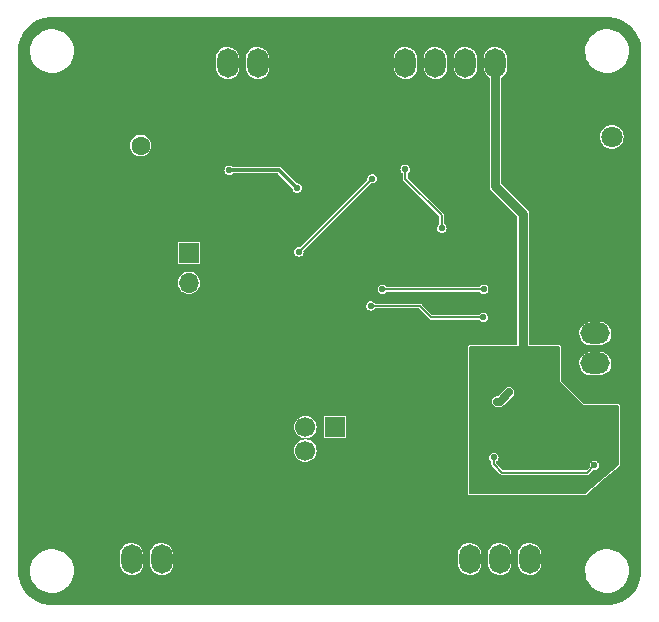
<source format=gbl>
%TF.GenerationSoftware,KiCad,Pcbnew,(6.0.1)*%
%TF.CreationDate,2023-06-09T19:02:11+03:00*%
%TF.ProjectId,Radioless Allstar Node,52616469-6f6c-4657-9373-20416c6c7374,rev?*%
%TF.SameCoordinates,PX5f5e100PY5f5e100*%
%TF.FileFunction,Copper,L2,Bot*%
%TF.FilePolarity,Positive*%
%FSLAX46Y46*%
G04 Gerber Fmt 4.6, Leading zero omitted, Abs format (unit mm)*
G04 Created by KiCad (PCBNEW (6.0.1)) date 2023-06-09 19:02:11*
%MOMM*%
%LPD*%
G01*
G04 APERTURE LIST*
%TA.AperFunction,ComponentPad*%
%ADD10R,1.700000X1.700000*%
%TD*%
%TA.AperFunction,ComponentPad*%
%ADD11C,1.700000*%
%TD*%
%TA.AperFunction,ComponentPad*%
%ADD12C,3.500000*%
%TD*%
%TA.AperFunction,ComponentPad*%
%ADD13R,1.800000X1.800000*%
%TD*%
%TA.AperFunction,ComponentPad*%
%ADD14C,1.800000*%
%TD*%
%TA.AperFunction,ComponentPad*%
%ADD15C,1.600000*%
%TD*%
%TA.AperFunction,ComponentPad*%
%ADD16O,1.700000X1.700000*%
%TD*%
%TA.AperFunction,ComponentPad*%
%ADD17O,1.800000X2.500000*%
%TD*%
%TA.AperFunction,ComponentPad*%
%ADD18O,2.500000X1.800000*%
%TD*%
%TA.AperFunction,ViaPad*%
%ADD19C,0.550000*%
%TD*%
%TA.AperFunction,Conductor*%
%ADD20C,0.200000*%
%TD*%
%TA.AperFunction,Conductor*%
%ADD21C,0.700000*%
%TD*%
%TA.AperFunction,Conductor*%
%ADD22C,0.800000*%
%TD*%
%TA.AperFunction,Conductor*%
%ADD23C,0.350000*%
%TD*%
G04 APERTURE END LIST*
D10*
%TO.P,J3,1,VBUS*%
%TO.N,Net-(FB3-Pad1)*%
X26950000Y15177500D03*
D11*
%TO.P,J3,2,D-*%
%TO.N,/D-*%
X24450000Y15177500D03*
%TO.P,J3,3,D+*%
%TO.N,/D+*%
X24450000Y13177500D03*
%TO.P,J3,4,GND*%
%TO.N,GND*%
X26950000Y13177500D03*
D12*
%TO.P,J3,5,Shield*%
X19680000Y10467500D03*
X31720000Y10467500D03*
%TD*%
D13*
%TO.P,D1,1,K*%
%TO.N,GND*%
X50400000Y37200000D03*
D14*
%TO.P,D1,2,A*%
%TO.N,Net-(D1-Pad2)*%
X50400000Y39740000D03*
%TD*%
D15*
%TO.P,C24,1*%
%TO.N,+5V*%
X10500000Y39000000D03*
%TO.P,C24,2*%
%TO.N,GND*%
X5500000Y39000000D03*
%TD*%
D10*
%TO.P,J4,1,Pin_1*%
%TO.N,REGV*%
X14600000Y29925000D03*
D16*
%TO.P,J4,2,Pin_2*%
%TO.N,MSEL*%
X14600000Y27385000D03*
%TO.P,J4,3,Pin_3*%
%TO.N,GND*%
X14600000Y24845000D03*
%TD*%
D17*
%TO.P,J2,1,Pin_1*%
%TO.N,Rx Audio*%
X32920000Y46000000D03*
%TO.P,J2,2,Pin_2*%
%TO.N,COS*%
X35460000Y46000000D03*
%TO.P,J2,3,Pin_3*%
%TO.N,+5V*%
X38000000Y46000000D03*
%TO.P,J2,4,Pin_4*%
%TO.N,GND1*%
X40540000Y46000000D03*
%TO.P,J2,5,Pin_5*%
%TO.N,GND*%
X43080000Y46000000D03*
%TD*%
D18*
%TO.P,SW1,1,A*%
%TO.N,+5V*%
X49000000Y20560000D03*
%TO.P,SW1,2,B*%
%TO.N,GAIN*%
X49000000Y23100000D03*
%TO.P,SW1,3,C*%
%TO.N,GND*%
X49000000Y25640000D03*
%TD*%
D17*
%TO.P,J1,1,Pin_1*%
%TO.N,/T*%
X9730000Y4000000D03*
%TO.P,J1,2,Pin_2*%
%TO.N,/S*%
X12270000Y4000000D03*
%TD*%
%TO.P,RV3,1,1*%
%TO.N,Tx Audio*%
X17860000Y46000000D03*
%TO.P,RV3,2,2*%
%TO.N,AIN+*%
X20400000Y46000000D03*
%TO.P,RV3,3,3*%
%TO.N,GND*%
X22940000Y46000000D03*
%TD*%
%TO.P,RV2,1,1*%
%TO.N,Net-(C3-Pad2)*%
X38360000Y4000000D03*
%TO.P,RV2,2,2*%
%TO.N,Net-(C8-Pad1)*%
X40900000Y4000000D03*
%TO.P,RV2,3,3*%
%TO.N,Net-(R6-Pad1)*%
X43440000Y4000000D03*
%TD*%
D19*
%TO.N,Net-(R14-Pad1)*%
X39525000Y24475000D03*
X29975000Y25425000D03*
%TO.N,Net-(R13-Pad1)*%
X39550000Y26850000D03*
X30975000Y26850000D03*
%TO.N,+5V*%
X40700000Y17325000D03*
X41700000Y18125000D03*
%TO.N,GND1*%
X41975000Y20275000D03*
X42700000Y15500000D03*
X39500000Y15500000D03*
X39500000Y14500000D03*
X40225000Y20275000D03*
X45400000Y10625000D03*
X48600000Y14975000D03*
X41012469Y12308967D03*
X43700000Y10575000D03*
X39400000Y16400000D03*
X42700000Y14500000D03*
X44400000Y14050000D03*
%TO.N,GND*%
X22200000Y39200000D03*
X14900000Y33000000D03*
X18700000Y21100000D03*
X6200000Y17700000D03*
X29880000Y31850000D03*
X8600000Y32300000D03*
X27460000Y32350000D03*
X36000000Y25600000D03*
X6500000Y26600000D03*
X23250000Y32560000D03*
X20700000Y39200000D03*
X12000000Y11100000D03*
X14900000Y34600000D03*
X25300000Y39200000D03*
X21750000Y34980000D03*
X6000000Y11100000D03*
X27460000Y28350000D03*
X50300000Y33600000D03*
X36000000Y23200000D03*
X9320000Y15350000D03*
X23800000Y39200000D03*
X26250000Y26640000D03*
X25700000Y21200000D03*
X27460000Y31350000D03*
X34100000Y33000000D03*
X27460000Y27350000D03*
%TO.N,GAIN*%
X40400000Y12600000D03*
X48925000Y11925000D03*
%TO.N,Rx Audio*%
X32900000Y37000000D03*
X36000000Y32000000D03*
%TO.N,COS*%
X30100000Y36200000D03*
X23900000Y30000000D03*
%TO.N,LOR*%
X23750000Y35400000D03*
X18000000Y36925000D03*
%TD*%
D20*
%TO.N,Net-(R14-Pad1)*%
X35100000Y24475000D02*
X39525000Y24475000D01*
X29975000Y25425000D02*
X34150000Y25425000D01*
X34700000Y24875000D02*
X35100000Y24475000D01*
X34150000Y25425000D02*
X34700000Y24875000D01*
%TO.N,Net-(R13-Pad1)*%
X30975000Y26850000D02*
X39550000Y26850000D01*
D21*
%TO.N,+5V*%
X40900000Y17325000D02*
X41700000Y18125000D01*
X40700000Y17325000D02*
X40900000Y17325000D01*
D22*
%TO.N,GND1*%
X40540000Y35560000D02*
X42900000Y33200000D01*
X42900000Y33200000D02*
X42900000Y21600000D01*
X40540000Y46000000D02*
X40540000Y35560000D01*
D20*
%TO.N,GAIN*%
X40400000Y12050000D02*
X41125000Y11325000D01*
X41125000Y11325000D02*
X48325000Y11325000D01*
X40400000Y12600000D02*
X40400000Y12050000D01*
X48325000Y11325000D02*
X48925000Y11925000D01*
%TO.N,Rx Audio*%
X32900000Y36200000D02*
X32900000Y37000000D01*
X36000000Y33100000D02*
X32900000Y36200000D01*
X36000000Y32000000D02*
X36000000Y33100000D01*
%TO.N,COS*%
X29400000Y35500000D02*
X23900000Y30000000D01*
X30100000Y36200000D02*
X29400000Y35500000D01*
D23*
%TO.N,LOR*%
X22225000Y36925000D02*
X18000000Y36925000D01*
X23750000Y35400000D02*
X22225000Y36925000D01*
%TD*%
%TA.AperFunction,Conductor*%
%TO.N,GND1*%
G36*
X45985648Y21985648D02*
G01*
X46000000Y21951000D01*
X46000000Y19000000D01*
X48000000Y17000000D01*
X50951000Y17000000D01*
X50985648Y16985648D01*
X51000000Y16951000D01*
X51000000Y12022453D01*
X50982994Y11985340D01*
X48113789Y9511887D01*
X48081795Y9500000D01*
X38349000Y9500000D01*
X38314352Y9514352D01*
X38300000Y9549000D01*
X38300000Y12600000D01*
X39999570Y12600000D01*
X40019168Y12476260D01*
X40076045Y12364633D01*
X40164633Y12276045D01*
X40171155Y12272722D01*
X40172746Y12271911D01*
X40197102Y12243393D01*
X40199500Y12228252D01*
X40199500Y12092552D01*
X40198039Y12083978D01*
X40198119Y12083969D01*
X40197494Y12078488D01*
X40195666Y12073281D01*
X40196276Y12067798D01*
X40196276Y12067796D01*
X40199199Y12041533D01*
X40199500Y12036114D01*
X40199500Y12027397D01*
X40200111Y12024720D01*
X40200111Y12024718D01*
X40201366Y12019217D01*
X40202290Y12013755D01*
X40205783Y11982367D01*
X40208711Y11977690D01*
X40210526Y11972478D01*
X40210510Y11972472D01*
X40211052Y11971160D01*
X40211067Y11971167D01*
X40213461Y11966192D01*
X40214688Y11960815D01*
X40234374Y11936111D01*
X40237567Y11931600D01*
X40242116Y11924334D01*
X40248247Y11918203D01*
X40251920Y11914092D01*
X40271695Y11889276D01*
X40276669Y11886877D01*
X40280977Y11883438D01*
X40280953Y11883409D01*
X40288155Y11878295D01*
X40953136Y11213314D01*
X40958166Y11206216D01*
X40958230Y11206267D01*
X40961663Y11201951D01*
X40964052Y11196976D01*
X40968361Y11193530D01*
X40989007Y11177019D01*
X40993051Y11173399D01*
X40999208Y11167242D01*
X41001535Y11165779D01*
X41001538Y11165777D01*
X41006311Y11162777D01*
X41010838Y11159560D01*
X41035492Y11139844D01*
X41040872Y11138607D01*
X41045836Y11136207D01*
X41045828Y11136191D01*
X41047142Y11135645D01*
X41047148Y11135661D01*
X41052356Y11133837D01*
X41057028Y11130901D01*
X41062512Y11130281D01*
X41088400Y11127354D01*
X41093872Y11126419D01*
X41094103Y11126366D01*
X41102219Y11124500D01*
X41110891Y11124500D01*
X41116396Y11124190D01*
X41147924Y11120626D01*
X41153133Y11122445D01*
X41158617Y11123060D01*
X41158621Y11123023D01*
X41167328Y11124500D01*
X48282448Y11124500D01*
X48291022Y11123039D01*
X48291031Y11123119D01*
X48296512Y11122494D01*
X48301719Y11120666D01*
X48307202Y11121276D01*
X48307204Y11121276D01*
X48333467Y11124199D01*
X48338886Y11124500D01*
X48347603Y11124500D01*
X48350280Y11125111D01*
X48350282Y11125111D01*
X48355783Y11126366D01*
X48361245Y11127290D01*
X48392633Y11130783D01*
X48397310Y11133711D01*
X48402522Y11135526D01*
X48402528Y11135510D01*
X48403840Y11136052D01*
X48403833Y11136067D01*
X48408808Y11138461D01*
X48414185Y11139688D01*
X48438889Y11159374D01*
X48443400Y11162567D01*
X48450666Y11167116D01*
X48456797Y11173247D01*
X48460908Y11176920D01*
X48481407Y11193255D01*
X48485724Y11196695D01*
X48488123Y11201669D01*
X48491562Y11205977D01*
X48491591Y11205953D01*
X48496705Y11213155D01*
X48806446Y11522896D01*
X48841094Y11537248D01*
X48848759Y11536645D01*
X48921193Y11525173D01*
X48925000Y11524570D01*
X48928807Y11525173D01*
X49044934Y11543565D01*
X49044935Y11543565D01*
X49048740Y11544168D01*
X49104553Y11572606D01*
X49156933Y11599295D01*
X49156934Y11599296D01*
X49160367Y11601045D01*
X49248955Y11689633D01*
X49305832Y11801260D01*
X49306654Y11806446D01*
X49324827Y11921193D01*
X49325430Y11925000D01*
X49310508Y12019217D01*
X49306435Y12044934D01*
X49306435Y12044935D01*
X49305832Y12048740D01*
X49277393Y12104554D01*
X49250705Y12156933D01*
X49250704Y12156934D01*
X49248955Y12160367D01*
X49160367Y12248955D01*
X49156934Y12250704D01*
X49156933Y12250705D01*
X49101850Y12278771D01*
X49048740Y12305832D01*
X49044935Y12306435D01*
X49044934Y12306435D01*
X48928807Y12324827D01*
X48925000Y12325430D01*
X48921193Y12324827D01*
X48805066Y12306435D01*
X48805065Y12306435D01*
X48801260Y12305832D01*
X48748150Y12278771D01*
X48693067Y12250705D01*
X48693066Y12250704D01*
X48689633Y12248955D01*
X48601045Y12160367D01*
X48599296Y12156934D01*
X48599295Y12156933D01*
X48572607Y12104554D01*
X48544168Y12048740D01*
X48543565Y12044935D01*
X48543565Y12044934D01*
X48539492Y12019217D01*
X48524570Y11925000D01*
X48525173Y11921193D01*
X48536645Y11848759D01*
X48527890Y11812292D01*
X48522896Y11806446D01*
X48256302Y11539852D01*
X48221654Y11525500D01*
X41228346Y11525500D01*
X41193698Y11539852D01*
X40614852Y12118698D01*
X40600500Y12153346D01*
X40600500Y12228252D01*
X40614852Y12262900D01*
X40627254Y12271911D01*
X40628845Y12272722D01*
X40635367Y12276045D01*
X40723955Y12364633D01*
X40780832Y12476260D01*
X40800430Y12600000D01*
X40780832Y12723740D01*
X40723955Y12835367D01*
X40635367Y12923955D01*
X40631934Y12925704D01*
X40631933Y12925705D01*
X40579554Y12952393D01*
X40523740Y12980832D01*
X40519935Y12981435D01*
X40519934Y12981435D01*
X40403807Y12999827D01*
X40400000Y13000430D01*
X40396193Y12999827D01*
X40280066Y12981435D01*
X40280065Y12981435D01*
X40276260Y12980832D01*
X40220446Y12952393D01*
X40168067Y12925705D01*
X40168066Y12925704D01*
X40164633Y12923955D01*
X40076045Y12835367D01*
X40019168Y12723740D01*
X39999570Y12600000D01*
X38300000Y12600000D01*
X38300000Y17360745D01*
X40245815Y17360745D01*
X40255383Y17225616D01*
X40304261Y17099274D01*
X40388128Y16992890D01*
X40391142Y16990807D01*
X40391143Y16990806D01*
X40490814Y16921920D01*
X40499569Y16915869D01*
X40503060Y16914765D01*
X40626070Y16875861D01*
X40626072Y16875861D01*
X40628730Y16875020D01*
X40631510Y16874801D01*
X40631511Y16874801D01*
X40632797Y16874700D01*
X40635337Y16874500D01*
X40870327Y16874500D01*
X40876085Y16874160D01*
X40914310Y16869636D01*
X40973253Y16880401D01*
X40974708Y16880642D01*
X41033962Y16889551D01*
X41037264Y16891137D01*
X41040574Y16892155D01*
X41043966Y16893316D01*
X41047573Y16893975D01*
X41100701Y16921573D01*
X41102051Y16922247D01*
X41122383Y16932010D01*
X41152777Y16946605D01*
X41152779Y16946606D01*
X41156079Y16948191D01*
X41158768Y16950677D01*
X41161798Y16952736D01*
X41161994Y16952447D01*
X41163187Y16953286D01*
X41162994Y16953573D01*
X41165312Y16955135D01*
X41167788Y16956421D01*
X41169910Y16958233D01*
X41172105Y16960107D01*
X41172113Y16960115D01*
X41172828Y16960725D01*
X41211136Y16999033D01*
X41212523Y17000367D01*
X41252865Y17037658D01*
X41252866Y17037660D01*
X41255556Y17040146D01*
X41257395Y17043313D01*
X41259687Y17046173D01*
X41259724Y17046143D01*
X41264657Y17052554D01*
X42042487Y17830384D01*
X42102634Y17911817D01*
X42147520Y18039631D01*
X42152838Y18174994D01*
X42118119Y18305937D01*
X42046433Y18420882D01*
X41944117Y18509667D01*
X41820217Y18564442D01*
X41816580Y18564872D01*
X41816578Y18564873D01*
X41752954Y18572403D01*
X41685690Y18580364D01*
X41552427Y18556026D01*
X41549176Y18554338D01*
X41549175Y18554337D01*
X41489947Y18523570D01*
X41432212Y18493580D01*
X41427172Y18489275D01*
X40727749Y17789852D01*
X40693101Y17775500D01*
X40666150Y17775500D01*
X40615506Y17767886D01*
X40569661Y17760994D01*
X40569659Y17760993D01*
X40566038Y17760449D01*
X40562735Y17758863D01*
X40447223Y17703395D01*
X40447221Y17703394D01*
X40443921Y17701809D01*
X40441233Y17699325D01*
X40441231Y17699323D01*
X40394182Y17655831D01*
X40344444Y17609854D01*
X40276404Y17492713D01*
X40245815Y17360745D01*
X38300000Y17360745D01*
X38300000Y21951000D01*
X38314352Y21985648D01*
X38349000Y22000000D01*
X45951000Y22000000D01*
X45985648Y21985648D01*
G37*
%TD.AperFunction*%
%TD*%
%TA.AperFunction,Conductor*%
%TO.N,GND*%
G36*
X25346731Y49900876D02*
G01*
X50073849Y49900000D01*
X50087448Y49897613D01*
X50089200Y49897555D01*
X50096497Y49894912D01*
X50103953Y49897063D01*
X50107735Y49896937D01*
X50119294Y49898054D01*
X50195429Y49891319D01*
X50411245Y49872227D01*
X50416568Y49871460D01*
X50531544Y49848387D01*
X50723567Y49809852D01*
X50728766Y49808508D01*
X51027162Y49713624D01*
X51032190Y49711716D01*
X51318389Y49584698D01*
X51323164Y49582257D01*
X51507088Y49475108D01*
X51593719Y49424639D01*
X51598211Y49421681D01*
X51849862Y49235358D01*
X51854000Y49231927D01*
X52083716Y49019145D01*
X52087445Y49015289D01*
X52208618Y48875400D01*
X52292455Y48778613D01*
X52295748Y48774360D01*
X52473577Y48516652D01*
X52476384Y48512064D01*
X52624898Y48236414D01*
X52627186Y48231547D01*
X52744597Y47941275D01*
X52746337Y47936186D01*
X52831227Y47634801D01*
X52832399Y47629551D01*
X52883745Y47320673D01*
X52884334Y47315327D01*
X52900419Y47022678D01*
X52898918Y47011163D01*
X52898918Y47007381D01*
X52896520Y47000000D01*
X52898918Y46992620D01*
X52899267Y46991546D01*
X52901666Y46976402D01*
X52900893Y26528771D01*
X52900000Y2926151D01*
X52897613Y2912552D01*
X52897555Y2910800D01*
X52894912Y2903503D01*
X52897063Y2896047D01*
X52896937Y2892265D01*
X52898054Y2880705D01*
X52872227Y2588755D01*
X52871460Y2583432D01*
X52809853Y2276437D01*
X52808508Y2271234D01*
X52713624Y1972838D01*
X52711716Y1967810D01*
X52610927Y1740709D01*
X52584702Y1681618D01*
X52582254Y1676829D01*
X52424639Y1406281D01*
X52421681Y1401789D01*
X52237958Y1153649D01*
X52235358Y1150138D01*
X52231927Y1146000D01*
X52019145Y916284D01*
X52015289Y912555D01*
X51848493Y768075D01*
X51778613Y707545D01*
X51774360Y704252D01*
X51516652Y526423D01*
X51512064Y523616D01*
X51236414Y375102D01*
X51231547Y372814D01*
X50941275Y255403D01*
X50936186Y253663D01*
X50785494Y211218D01*
X50634795Y168772D01*
X50629557Y167602D01*
X50320673Y116255D01*
X50315327Y115666D01*
X50022678Y99581D01*
X50011163Y101082D01*
X50007381Y101082D01*
X50000000Y103480D01*
X49992620Y101082D01*
X49991546Y100733D01*
X49976402Y98334D01*
X27653268Y99124D01*
X2926151Y100000D01*
X2912552Y102387D01*
X2910800Y102445D01*
X2903503Y105088D01*
X2896047Y102937D01*
X2892265Y103063D01*
X2880706Y101946D01*
X2804571Y108681D01*
X2588755Y127773D01*
X2583432Y128540D01*
X2379663Y169432D01*
X2276433Y190148D01*
X2271234Y191492D01*
X1972837Y286376D01*
X1967809Y288285D01*
X1777345Y372814D01*
X1681611Y415302D01*
X1676836Y417743D01*
X1406281Y575361D01*
X1401789Y578319D01*
X1150138Y764642D01*
X1145998Y768075D01*
X990025Y912550D01*
X916284Y980855D01*
X912555Y984711D01*
X707545Y1221387D01*
X704252Y1225640D01*
X526423Y1483348D01*
X523616Y1487936D01*
X375102Y1763586D01*
X372814Y1768453D01*
X255403Y2058725D01*
X253663Y2063814D01*
X168773Y2365199D01*
X167601Y2370449D01*
X116255Y2679327D01*
X115666Y2684673D01*
X100648Y2957905D01*
X1145028Y2957905D01*
X1170534Y2690569D01*
X1170955Y2688848D01*
X1170956Y2688843D01*
X1214195Y2512140D01*
X1234364Y2429715D01*
X1335182Y2180808D01*
X1336078Y2179278D01*
X1456954Y1972838D01*
X1470875Y1949062D01*
X1638601Y1739331D01*
X1834846Y1556009D01*
X1836293Y1555005D01*
X1836297Y1555002D01*
X1932972Y1487936D01*
X2055499Y1402936D01*
X2295938Y1283320D01*
X2297620Y1282768D01*
X2297624Y1282767D01*
X2549444Y1200216D01*
X2549449Y1200215D01*
X2551126Y1199665D01*
X2552864Y1199363D01*
X2552869Y1199362D01*
X2754420Y1164367D01*
X2815717Y1153724D01*
X2817212Y1153650D01*
X2817217Y1153649D01*
X2857852Y1151626D01*
X2900567Y1149500D01*
X3068223Y1149500D01*
X3069087Y1149563D01*
X3069096Y1149563D01*
X3266075Y1163855D01*
X3266082Y1163856D01*
X3267846Y1163984D01*
X3269581Y1164367D01*
X3528347Y1221497D01*
X3528352Y1221498D01*
X3530080Y1221880D01*
X3781211Y1317025D01*
X3908534Y1387747D01*
X4014421Y1446562D01*
X4014424Y1446564D01*
X4015976Y1447426D01*
X4229458Y1610350D01*
X4230697Y1611618D01*
X4230701Y1611621D01*
X4415942Y1801114D01*
X4415945Y1801117D01*
X4417185Y1802386D01*
X4575225Y2019509D01*
X4700265Y2257172D01*
X4705230Y2271230D01*
X4789097Y2508723D01*
X4789098Y2508725D01*
X4789688Y2510397D01*
X4790032Y2512140D01*
X4841277Y2772135D01*
X4841278Y2772142D01*
X4841620Y2773878D01*
X4852522Y2992881D01*
X4854884Y3040321D01*
X4854884Y3040325D01*
X4854972Y3042095D01*
X4829466Y3309431D01*
X4821096Y3343639D01*
X4772302Y3543044D01*
X4765636Y3570285D01*
X4753924Y3599200D01*
X8729500Y3599200D01*
X8744880Y3447784D01*
X8805662Y3253828D01*
X8904203Y3076056D01*
X9036477Y2921729D01*
X9038438Y2920208D01*
X9038440Y2920206D01*
X9074462Y2892265D01*
X9197081Y2797152D01*
X9379455Y2707413D01*
X9576148Y2656178D01*
X9578620Y2656048D01*
X9578623Y2656048D01*
X9669644Y2651278D01*
X9779126Y2645541D01*
X9980097Y2675935D01*
X9997177Y2682219D01*
X10068625Y2708507D01*
X10170852Y2746119D01*
X10172960Y2747426D01*
X10172964Y2747428D01*
X10341496Y2851922D01*
X10341497Y2851922D01*
X10343599Y2853226D01*
X10491280Y2992881D01*
X10526978Y3043863D01*
X10606438Y3157343D01*
X10606440Y3157347D01*
X10607863Y3159379D01*
X10688586Y3345919D01*
X10689092Y3348343D01*
X10689094Y3348348D01*
X10729767Y3543044D01*
X10730151Y3544880D01*
X10730500Y3551539D01*
X10730500Y3599200D01*
X11269500Y3599200D01*
X11284880Y3447784D01*
X11345662Y3253828D01*
X11444203Y3076056D01*
X11576477Y2921729D01*
X11578438Y2920208D01*
X11578440Y2920206D01*
X11614462Y2892265D01*
X11737081Y2797152D01*
X11919455Y2707413D01*
X12116148Y2656178D01*
X12118620Y2656048D01*
X12118623Y2656048D01*
X12209644Y2651278D01*
X12319126Y2645541D01*
X12520097Y2675935D01*
X12537177Y2682219D01*
X12608625Y2708507D01*
X12710852Y2746119D01*
X12712960Y2747426D01*
X12712964Y2747428D01*
X12881496Y2851922D01*
X12881497Y2851922D01*
X12883599Y2853226D01*
X13031280Y2992881D01*
X13066978Y3043863D01*
X13146438Y3157343D01*
X13146440Y3157347D01*
X13147863Y3159379D01*
X13228586Y3345919D01*
X13229092Y3348343D01*
X13229094Y3348348D01*
X13269767Y3543044D01*
X13270151Y3544880D01*
X13270500Y3551539D01*
X13270500Y3599200D01*
X37359500Y3599200D01*
X37374880Y3447784D01*
X37435662Y3253828D01*
X37534203Y3076056D01*
X37666477Y2921729D01*
X37668438Y2920208D01*
X37668440Y2920206D01*
X37704462Y2892265D01*
X37827081Y2797152D01*
X38009455Y2707413D01*
X38206148Y2656178D01*
X38208620Y2656048D01*
X38208623Y2656048D01*
X38299644Y2651278D01*
X38409126Y2645541D01*
X38610097Y2675935D01*
X38627177Y2682219D01*
X38698625Y2708507D01*
X38800852Y2746119D01*
X38802960Y2747426D01*
X38802964Y2747428D01*
X38971496Y2851922D01*
X38971497Y2851922D01*
X38973599Y2853226D01*
X39121280Y2992881D01*
X39156978Y3043863D01*
X39236438Y3157343D01*
X39236440Y3157347D01*
X39237863Y3159379D01*
X39318586Y3345919D01*
X39319092Y3348343D01*
X39319094Y3348348D01*
X39359767Y3543044D01*
X39360151Y3544880D01*
X39360500Y3551539D01*
X39360500Y3599200D01*
X39899500Y3599200D01*
X39914880Y3447784D01*
X39975662Y3253828D01*
X40074203Y3076056D01*
X40206477Y2921729D01*
X40208438Y2920208D01*
X40208440Y2920206D01*
X40244462Y2892265D01*
X40367081Y2797152D01*
X40549455Y2707413D01*
X40746148Y2656178D01*
X40748620Y2656048D01*
X40748623Y2656048D01*
X40839644Y2651278D01*
X40949126Y2645541D01*
X41150097Y2675935D01*
X41167177Y2682219D01*
X41238625Y2708507D01*
X41340852Y2746119D01*
X41342960Y2747426D01*
X41342964Y2747428D01*
X41511496Y2851922D01*
X41511497Y2851922D01*
X41513599Y2853226D01*
X41661280Y2992881D01*
X41696978Y3043863D01*
X41776438Y3157343D01*
X41776440Y3157347D01*
X41777863Y3159379D01*
X41858586Y3345919D01*
X41859092Y3348343D01*
X41859094Y3348348D01*
X41899767Y3543044D01*
X41900151Y3544880D01*
X41900500Y3551539D01*
X41900500Y3599200D01*
X42439500Y3599200D01*
X42454880Y3447784D01*
X42515662Y3253828D01*
X42614203Y3076056D01*
X42746477Y2921729D01*
X42748438Y2920208D01*
X42748440Y2920206D01*
X42784462Y2892265D01*
X42907081Y2797152D01*
X43089455Y2707413D01*
X43286148Y2656178D01*
X43288620Y2656048D01*
X43288623Y2656048D01*
X43379644Y2651278D01*
X43489126Y2645541D01*
X43690097Y2675935D01*
X43707177Y2682219D01*
X43778625Y2708507D01*
X43880852Y2746119D01*
X43882960Y2747426D01*
X43882964Y2747428D01*
X44051496Y2851922D01*
X44051497Y2851922D01*
X44053599Y2853226D01*
X44164294Y2957905D01*
X48145028Y2957905D01*
X48170534Y2690569D01*
X48170955Y2688848D01*
X48170956Y2688843D01*
X48214195Y2512140D01*
X48234364Y2429715D01*
X48335182Y2180808D01*
X48336078Y2179278D01*
X48456954Y1972838D01*
X48470875Y1949062D01*
X48638601Y1739331D01*
X48834846Y1556009D01*
X48836293Y1555005D01*
X48836297Y1555002D01*
X48932972Y1487936D01*
X49055499Y1402936D01*
X49295938Y1283320D01*
X49297620Y1282768D01*
X49297624Y1282767D01*
X49549444Y1200216D01*
X49549449Y1200215D01*
X49551126Y1199665D01*
X49552864Y1199363D01*
X49552869Y1199362D01*
X49754420Y1164367D01*
X49815717Y1153724D01*
X49817212Y1153650D01*
X49817217Y1153649D01*
X49857852Y1151626D01*
X49900567Y1149500D01*
X50068223Y1149500D01*
X50069087Y1149563D01*
X50069096Y1149563D01*
X50266075Y1163855D01*
X50266082Y1163856D01*
X50267846Y1163984D01*
X50269581Y1164367D01*
X50528347Y1221497D01*
X50528352Y1221498D01*
X50530080Y1221880D01*
X50781211Y1317025D01*
X50908534Y1387747D01*
X51014421Y1446562D01*
X51014424Y1446564D01*
X51015976Y1447426D01*
X51229458Y1610350D01*
X51230697Y1611618D01*
X51230701Y1611621D01*
X51415942Y1801114D01*
X51415945Y1801117D01*
X51417185Y1802386D01*
X51575225Y2019509D01*
X51700265Y2257172D01*
X51705230Y2271230D01*
X51789097Y2508723D01*
X51789098Y2508725D01*
X51789688Y2510397D01*
X51790032Y2512140D01*
X51841277Y2772135D01*
X51841278Y2772142D01*
X51841620Y2773878D01*
X51852522Y2992881D01*
X51854884Y3040321D01*
X51854884Y3040325D01*
X51854972Y3042095D01*
X51829466Y3309431D01*
X51821096Y3343639D01*
X51772302Y3543044D01*
X51765636Y3570285D01*
X51664818Y3819192D01*
X51571296Y3978915D01*
X51530021Y4049408D01*
X51530020Y4049409D01*
X51529125Y4050938D01*
X51361399Y4260669D01*
X51165154Y4443991D01*
X51163707Y4444995D01*
X51163703Y4444998D01*
X50945961Y4596051D01*
X50944501Y4597064D01*
X50704062Y4716680D01*
X50702380Y4717232D01*
X50702376Y4717233D01*
X50450556Y4799784D01*
X50450551Y4799785D01*
X50448874Y4800335D01*
X50447136Y4800637D01*
X50447131Y4800638D01*
X50185757Y4846020D01*
X50185758Y4846020D01*
X50184283Y4846276D01*
X50182788Y4846350D01*
X50182783Y4846351D01*
X50142148Y4848374D01*
X50099433Y4850500D01*
X49931777Y4850500D01*
X49930913Y4850437D01*
X49930904Y4850437D01*
X49733925Y4836145D01*
X49733918Y4836144D01*
X49732154Y4836016D01*
X49730420Y4835633D01*
X49730419Y4835633D01*
X49471653Y4778503D01*
X49471648Y4778502D01*
X49469920Y4778120D01*
X49218789Y4682975D01*
X49217247Y4682118D01*
X49217246Y4682118D01*
X49064121Y4597064D01*
X48984024Y4552574D01*
X48982608Y4551493D01*
X48982606Y4551492D01*
X48848421Y4449085D01*
X48770542Y4389650D01*
X48769303Y4388382D01*
X48769299Y4388379D01*
X48645636Y4261877D01*
X48582815Y4197614D01*
X48424775Y3980491D01*
X48299735Y3742828D01*
X48299145Y3741157D01*
X48299144Y3741155D01*
X48230494Y3546754D01*
X48210312Y3489603D01*
X48209970Y3487866D01*
X48209968Y3487860D01*
X48158723Y3227865D01*
X48158722Y3227858D01*
X48158380Y3226122D01*
X48154956Y3157343D01*
X48145995Y2977322D01*
X48145028Y2957905D01*
X44164294Y2957905D01*
X44201280Y2992881D01*
X44236978Y3043863D01*
X44316438Y3157343D01*
X44316440Y3157347D01*
X44317863Y3159379D01*
X44398586Y3345919D01*
X44399092Y3348343D01*
X44399094Y3348348D01*
X44439767Y3543044D01*
X44440151Y3544880D01*
X44440500Y3551539D01*
X44440500Y4400800D01*
X44425120Y4552216D01*
X44364338Y4746172D01*
X44265797Y4923944D01*
X44133523Y5078271D01*
X43972919Y5202848D01*
X43790545Y5292587D01*
X43593852Y5343822D01*
X43591380Y5343952D01*
X43591377Y5343952D01*
X43500356Y5348722D01*
X43390874Y5354459D01*
X43189903Y5324065D01*
X42999148Y5253881D01*
X42997040Y5252574D01*
X42997036Y5252572D01*
X42828504Y5148078D01*
X42826401Y5146774D01*
X42678720Y5007119D01*
X42677295Y5005084D01*
X42563562Y4842657D01*
X42563560Y4842653D01*
X42562137Y4840621D01*
X42481414Y4654081D01*
X42480908Y4651657D01*
X42480906Y4651652D01*
X42458201Y4542965D01*
X42439849Y4455120D01*
X42439500Y4448461D01*
X42439500Y3599200D01*
X41900500Y3599200D01*
X41900500Y4400800D01*
X41885120Y4552216D01*
X41824338Y4746172D01*
X41725797Y4923944D01*
X41593523Y5078271D01*
X41432919Y5202848D01*
X41250545Y5292587D01*
X41053852Y5343822D01*
X41051380Y5343952D01*
X41051377Y5343952D01*
X40960356Y5348722D01*
X40850874Y5354459D01*
X40649903Y5324065D01*
X40459148Y5253881D01*
X40457040Y5252574D01*
X40457036Y5252572D01*
X40288504Y5148078D01*
X40286401Y5146774D01*
X40138720Y5007119D01*
X40137295Y5005084D01*
X40023562Y4842657D01*
X40023560Y4842653D01*
X40022137Y4840621D01*
X39941414Y4654081D01*
X39940908Y4651657D01*
X39940906Y4651652D01*
X39918201Y4542965D01*
X39899849Y4455120D01*
X39899500Y4448461D01*
X39899500Y3599200D01*
X39360500Y3599200D01*
X39360500Y4400800D01*
X39345120Y4552216D01*
X39284338Y4746172D01*
X39185797Y4923944D01*
X39053523Y5078271D01*
X38892919Y5202848D01*
X38710545Y5292587D01*
X38513852Y5343822D01*
X38511380Y5343952D01*
X38511377Y5343952D01*
X38420356Y5348722D01*
X38310874Y5354459D01*
X38109903Y5324065D01*
X37919148Y5253881D01*
X37917040Y5252574D01*
X37917036Y5252572D01*
X37748504Y5148078D01*
X37746401Y5146774D01*
X37598720Y5007119D01*
X37597295Y5005084D01*
X37483562Y4842657D01*
X37483560Y4842653D01*
X37482137Y4840621D01*
X37401414Y4654081D01*
X37400908Y4651657D01*
X37400906Y4651652D01*
X37378201Y4542965D01*
X37359849Y4455120D01*
X37359500Y4448461D01*
X37359500Y3599200D01*
X13270500Y3599200D01*
X13270500Y4400800D01*
X13255120Y4552216D01*
X13194338Y4746172D01*
X13095797Y4923944D01*
X12963523Y5078271D01*
X12802919Y5202848D01*
X12620545Y5292587D01*
X12423852Y5343822D01*
X12421380Y5343952D01*
X12421377Y5343952D01*
X12330356Y5348722D01*
X12220874Y5354459D01*
X12019903Y5324065D01*
X11829148Y5253881D01*
X11827040Y5252574D01*
X11827036Y5252572D01*
X11658504Y5148078D01*
X11656401Y5146774D01*
X11508720Y5007119D01*
X11507295Y5005084D01*
X11393562Y4842657D01*
X11393560Y4842653D01*
X11392137Y4840621D01*
X11311414Y4654081D01*
X11310908Y4651657D01*
X11310906Y4651652D01*
X11288201Y4542965D01*
X11269849Y4455120D01*
X11269500Y4448461D01*
X11269500Y3599200D01*
X10730500Y3599200D01*
X10730500Y4400800D01*
X10715120Y4552216D01*
X10654338Y4746172D01*
X10555797Y4923944D01*
X10423523Y5078271D01*
X10262919Y5202848D01*
X10080545Y5292587D01*
X9883852Y5343822D01*
X9881380Y5343952D01*
X9881377Y5343952D01*
X9790356Y5348722D01*
X9680874Y5354459D01*
X9479903Y5324065D01*
X9289148Y5253881D01*
X9287040Y5252574D01*
X9287036Y5252572D01*
X9118504Y5148078D01*
X9116401Y5146774D01*
X8968720Y5007119D01*
X8967295Y5005084D01*
X8853562Y4842657D01*
X8853560Y4842653D01*
X8852137Y4840621D01*
X8771414Y4654081D01*
X8770908Y4651657D01*
X8770906Y4651652D01*
X8748201Y4542965D01*
X8729849Y4455120D01*
X8729500Y4448461D01*
X8729500Y3599200D01*
X4753924Y3599200D01*
X4664818Y3819192D01*
X4571296Y3978915D01*
X4530021Y4049408D01*
X4530020Y4049409D01*
X4529125Y4050938D01*
X4361399Y4260669D01*
X4165154Y4443991D01*
X4163707Y4444995D01*
X4163703Y4444998D01*
X3945961Y4596051D01*
X3944501Y4597064D01*
X3704062Y4716680D01*
X3702380Y4717232D01*
X3702376Y4717233D01*
X3450556Y4799784D01*
X3450551Y4799785D01*
X3448874Y4800335D01*
X3447136Y4800637D01*
X3447131Y4800638D01*
X3185757Y4846020D01*
X3185758Y4846020D01*
X3184283Y4846276D01*
X3182788Y4846350D01*
X3182783Y4846351D01*
X3142148Y4848374D01*
X3099433Y4850500D01*
X2931777Y4850500D01*
X2930913Y4850437D01*
X2930904Y4850437D01*
X2733925Y4836145D01*
X2733918Y4836144D01*
X2732154Y4836016D01*
X2730420Y4835633D01*
X2730419Y4835633D01*
X2471653Y4778503D01*
X2471648Y4778502D01*
X2469920Y4778120D01*
X2218789Y4682975D01*
X2217247Y4682118D01*
X2217246Y4682118D01*
X2064121Y4597064D01*
X1984024Y4552574D01*
X1982608Y4551493D01*
X1982606Y4551492D01*
X1848421Y4449085D01*
X1770542Y4389650D01*
X1769303Y4388382D01*
X1769299Y4388379D01*
X1645636Y4261877D01*
X1582815Y4197614D01*
X1424775Y3980491D01*
X1299735Y3742828D01*
X1299145Y3741157D01*
X1299144Y3741155D01*
X1230494Y3546754D01*
X1210312Y3489603D01*
X1209970Y3487866D01*
X1209968Y3487860D01*
X1158723Y3227865D01*
X1158722Y3227858D01*
X1158380Y3226122D01*
X1154956Y3157343D01*
X1145995Y2977322D01*
X1145028Y2957905D01*
X100648Y2957905D01*
X99581Y2977322D01*
X101082Y2988837D01*
X101082Y2992619D01*
X103480Y3000000D01*
X100733Y3008454D01*
X98334Y3023600D01*
X98340Y3161658D01*
X98581Y9549000D01*
X38200000Y9549000D01*
X38207612Y9510731D01*
X38221964Y9476083D01*
X38229088Y9462103D01*
X38276083Y9421964D01*
X38279647Y9420488D01*
X38279648Y9420487D01*
X38282608Y9419261D01*
X38310731Y9407612D01*
X38313094Y9407142D01*
X38346646Y9400468D01*
X38346648Y9400468D01*
X38349000Y9400000D01*
X48081795Y9400000D01*
X48096965Y9402727D01*
X48114478Y9405875D01*
X48114482Y9405876D01*
X48116623Y9406261D01*
X48118663Y9407019D01*
X48118667Y9407020D01*
X48146566Y9417386D01*
X48148617Y9418148D01*
X48155077Y9421964D01*
X48177207Y9435037D01*
X48177213Y9435041D01*
X48179083Y9436146D01*
X49804716Y10837554D01*
X51046291Y11907877D01*
X51046293Y11907879D01*
X51048288Y11909599D01*
X51073904Y11943683D01*
X51075000Y11946075D01*
X51075003Y11946080D01*
X51089812Y11978399D01*
X51089813Y11978402D01*
X51090910Y11980796D01*
X51100000Y12022453D01*
X51100000Y16951000D01*
X51092388Y16989269D01*
X51078036Y17023917D01*
X51070912Y17037897D01*
X51023917Y17078036D01*
X51020353Y17079512D01*
X51020352Y17079513D01*
X51009978Y17083810D01*
X50989269Y17092388D01*
X50984337Y17093369D01*
X50953354Y17099532D01*
X50953352Y17099532D01*
X50951000Y17100000D01*
X48061718Y17100000D01*
X48027070Y17114352D01*
X46114352Y19027070D01*
X46100000Y19061718D01*
X46100000Y20510874D01*
X47645541Y20510874D01*
X47675935Y20309903D01*
X47746119Y20119148D01*
X47747426Y20117040D01*
X47747428Y20117036D01*
X47804419Y20025119D01*
X47853226Y19946401D01*
X47992881Y19798720D01*
X47994916Y19797295D01*
X48157343Y19683562D01*
X48157347Y19683560D01*
X48159379Y19682137D01*
X48345919Y19601414D01*
X48348343Y19600908D01*
X48348348Y19600906D01*
X48457035Y19578201D01*
X48544880Y19559849D01*
X48551539Y19559500D01*
X49400800Y19559500D01*
X49402029Y19559625D01*
X49402032Y19559625D01*
X49449487Y19564445D01*
X49552216Y19574880D01*
X49746172Y19635662D01*
X49923944Y19734203D01*
X50078271Y19866477D01*
X50202848Y20027081D01*
X50292587Y20209455D01*
X50343822Y20406148D01*
X50354459Y20609126D01*
X50324065Y20810097D01*
X50253881Y21000852D01*
X50196798Y21092919D01*
X50148078Y21171496D01*
X50148078Y21171497D01*
X50146774Y21173599D01*
X50007119Y21321280D01*
X49917286Y21384182D01*
X49842657Y21436438D01*
X49842653Y21436440D01*
X49840621Y21437863D01*
X49654081Y21518586D01*
X49651657Y21519092D01*
X49651652Y21519094D01*
X49530626Y21544377D01*
X49455120Y21560151D01*
X49448461Y21560500D01*
X48599200Y21560500D01*
X48597971Y21560375D01*
X48597968Y21560375D01*
X48550513Y21555555D01*
X48447784Y21545120D01*
X48253828Y21484338D01*
X48076056Y21385797D01*
X47921729Y21253523D01*
X47797152Y21092919D01*
X47707413Y20910545D01*
X47656178Y20713852D01*
X47645541Y20510874D01*
X46100000Y20510874D01*
X46100000Y21951000D01*
X46092388Y21989269D01*
X46078036Y22023917D01*
X46070912Y22037897D01*
X46023917Y22078036D01*
X46020353Y22079512D01*
X46020352Y22079513D01*
X46009978Y22083810D01*
X45989269Y22092388D01*
X45984337Y22093369D01*
X45953354Y22099532D01*
X45953352Y22099532D01*
X45951000Y22100000D01*
X43449500Y22100000D01*
X43414852Y22114352D01*
X43400500Y22149000D01*
X43400500Y23050874D01*
X47645541Y23050874D01*
X47675935Y22849903D01*
X47746119Y22659148D01*
X47747426Y22657040D01*
X47747428Y22657036D01*
X47804419Y22565119D01*
X47853226Y22486401D01*
X47992881Y22338720D01*
X47994916Y22337295D01*
X48157343Y22223562D01*
X48157347Y22223560D01*
X48159379Y22222137D01*
X48345919Y22141414D01*
X48348343Y22140908D01*
X48348348Y22140906D01*
X48457035Y22118201D01*
X48544880Y22099849D01*
X48551539Y22099500D01*
X49400800Y22099500D01*
X49402029Y22099625D01*
X49402032Y22099625D01*
X49449487Y22104445D01*
X49552216Y22114880D01*
X49746172Y22175662D01*
X49923944Y22274203D01*
X50078271Y22406477D01*
X50202848Y22567081D01*
X50292587Y22749455D01*
X50343822Y22946148D01*
X50354459Y23149126D01*
X50324065Y23350097D01*
X50253881Y23540852D01*
X50196798Y23632919D01*
X50148078Y23711496D01*
X50148078Y23711497D01*
X50146774Y23713599D01*
X50007119Y23861280D01*
X49917286Y23924182D01*
X49842657Y23976438D01*
X49842653Y23976440D01*
X49840621Y23977863D01*
X49654081Y24058586D01*
X49651657Y24059092D01*
X49651652Y24059094D01*
X49530626Y24084377D01*
X49455120Y24100151D01*
X49448461Y24100500D01*
X48599200Y24100500D01*
X48597971Y24100375D01*
X48597968Y24100375D01*
X48554090Y24095918D01*
X48447784Y24085120D01*
X48253828Y24024338D01*
X48076056Y23925797D01*
X47921729Y23793523D01*
X47797152Y23632919D01*
X47707413Y23450545D01*
X47656178Y23253852D01*
X47645541Y23050874D01*
X43400500Y23050874D01*
X43400500Y33138420D01*
X43401708Y33149234D01*
X43403249Y33156045D01*
X43404019Y33159447D01*
X43400594Y33214649D01*
X43400500Y33217683D01*
X43400500Y33235940D01*
X43398614Y33249111D01*
X43398213Y33253021D01*
X43395357Y33299056D01*
X43395141Y33302538D01*
X43393957Y33305817D01*
X43393956Y33305823D01*
X43389919Y33317006D01*
X43387503Y33326696D01*
X43385818Y33338462D01*
X43385818Y33338463D01*
X43385323Y33341918D01*
X43364788Y33387083D01*
X43363305Y33390726D01*
X43347647Y33434100D01*
X43347646Y33434102D01*
X43346460Y33437387D01*
X43337391Y33449801D01*
X43332353Y33458423D01*
X43327430Y33469250D01*
X43327427Y33469255D01*
X43325984Y33472428D01*
X43323709Y33475068D01*
X43323708Y33475070D01*
X43293594Y33510018D01*
X43291162Y33513080D01*
X43281478Y33526336D01*
X43268713Y33539101D01*
X43266240Y33541764D01*
X43234680Y33578391D01*
X43232400Y33581037D01*
X43220753Y33588586D01*
X43212761Y33595053D01*
X41054852Y35752962D01*
X41040500Y35787610D01*
X41040500Y36289606D01*
X49370000Y36289606D01*
X49370471Y36284830D01*
X49376602Y36254009D01*
X49380224Y36245264D01*
X49403595Y36210286D01*
X49410286Y36203595D01*
X49445264Y36180224D01*
X49454009Y36176602D01*
X49484830Y36170471D01*
X49489606Y36170000D01*
X49490253Y36170000D01*
X49497145Y36172855D01*
X49500000Y36179747D01*
X51300000Y36179747D01*
X51302855Y36172855D01*
X51309747Y36170000D01*
X51310394Y36170000D01*
X51315170Y36170471D01*
X51345991Y36176602D01*
X51354736Y36180224D01*
X51389714Y36203595D01*
X51396405Y36210286D01*
X51419776Y36245264D01*
X51423398Y36254009D01*
X51429529Y36284830D01*
X51430000Y36289606D01*
X51430000Y36290253D01*
X51427145Y36297145D01*
X51420253Y36300000D01*
X51309747Y36300000D01*
X51302855Y36297145D01*
X51300000Y36290253D01*
X51300000Y36179747D01*
X49500000Y36179747D01*
X49500000Y36290253D01*
X49497145Y36297145D01*
X49490253Y36300000D01*
X49379747Y36300000D01*
X49372855Y36297145D01*
X49370000Y36290253D01*
X49370000Y36289606D01*
X41040500Y36289606D01*
X41040500Y38109747D01*
X49370000Y38109747D01*
X49372855Y38102855D01*
X49379747Y38100000D01*
X49490253Y38100000D01*
X49497145Y38102855D01*
X49500000Y38109747D01*
X51300000Y38109747D01*
X51302855Y38102855D01*
X51309747Y38100000D01*
X51420253Y38100000D01*
X51427145Y38102855D01*
X51430000Y38109747D01*
X51430000Y38110394D01*
X51429529Y38115170D01*
X51423398Y38145991D01*
X51419776Y38154736D01*
X51396405Y38189714D01*
X51389714Y38196405D01*
X51354736Y38219776D01*
X51345991Y38223398D01*
X51315170Y38229529D01*
X51310394Y38230000D01*
X51309747Y38230000D01*
X51302855Y38227145D01*
X51300000Y38220253D01*
X51300000Y38109747D01*
X49500000Y38109747D01*
X49500000Y38220253D01*
X49497145Y38227145D01*
X49490253Y38230000D01*
X49489606Y38230000D01*
X49484830Y38229529D01*
X49454009Y38223398D01*
X49445264Y38219776D01*
X49410286Y38196405D01*
X49403595Y38189714D01*
X49380224Y38154736D01*
X49376602Y38145991D01*
X49370471Y38115170D01*
X49370000Y38110394D01*
X49370000Y38109747D01*
X41040500Y38109747D01*
X41040500Y39754037D01*
X49394757Y39754037D01*
X49394957Y39751655D01*
X49394957Y39751651D01*
X49401444Y39674401D01*
X49411175Y39558517D01*
X49465258Y39369909D01*
X49466352Y39367780D01*
X49466353Y39367778D01*
X49484039Y39333366D01*
X49554944Y39195399D01*
X49556430Y39193524D01*
X49556432Y39193521D01*
X49560605Y39188256D01*
X49676818Y39041631D01*
X49678644Y39040077D01*
X49678645Y39040076D01*
X49728731Y38997450D01*
X49826238Y38914465D01*
X49997513Y38818743D01*
X50019054Y38811744D01*
X50181836Y38758852D01*
X50181840Y38758851D01*
X50184118Y38758111D01*
X50378946Y38734879D01*
X50574576Y38749932D01*
X50763556Y38802697D01*
X50765685Y38803772D01*
X50765689Y38803774D01*
X50848323Y38845516D01*
X50938689Y38891163D01*
X51093303Y39011960D01*
X51117572Y39040076D01*
X51219938Y39158668D01*
X51219942Y39158673D01*
X51221509Y39160489D01*
X51318425Y39331091D01*
X51330798Y39368284D01*
X51379602Y39514996D01*
X51380358Y39517268D01*
X51404949Y39711929D01*
X51405341Y39740000D01*
X51393565Y39860101D01*
X51386428Y39932888D01*
X51386428Y39932890D01*
X51386194Y39935272D01*
X51381354Y39951303D01*
X51330178Y40120809D01*
X51330176Y40120814D01*
X51329484Y40123106D01*
X51237370Y40296347D01*
X51113361Y40448398D01*
X50962180Y40573465D01*
X50789585Y40666787D01*
X50602152Y40724807D01*
X50599775Y40725057D01*
X50599774Y40725057D01*
X50409402Y40745067D01*
X50409397Y40745067D01*
X50407019Y40745317D01*
X50404634Y40745100D01*
X50404629Y40745100D01*
X50309318Y40736425D01*
X50211618Y40727534D01*
X50076918Y40687889D01*
X50025696Y40672814D01*
X50025694Y40672813D01*
X50023393Y40672136D01*
X49849512Y40581233D01*
X49696600Y40458289D01*
X49695057Y40456450D01*
X49572020Y40309820D01*
X49572017Y40309816D01*
X49570480Y40307984D01*
X49475956Y40136046D01*
X49416628Y39949022D01*
X49394757Y39754037D01*
X41040500Y39754037D01*
X41040500Y44755829D01*
X41054852Y44790477D01*
X41063676Y44797472D01*
X41153599Y44853226D01*
X41301280Y44992881D01*
X41302705Y44994916D01*
X41416438Y45157343D01*
X41416440Y45157347D01*
X41417863Y45159379D01*
X41498586Y45345919D01*
X41499092Y45348343D01*
X41499094Y45348348D01*
X41539767Y45543044D01*
X41540151Y45544880D01*
X41540500Y45551539D01*
X41540500Y46400800D01*
X41525120Y46552216D01*
X41464338Y46746172D01*
X41365797Y46923944D01*
X41336689Y46957905D01*
X48145028Y46957905D01*
X48170534Y46690569D01*
X48170955Y46688848D01*
X48170956Y46688843D01*
X48179462Y46654081D01*
X48234364Y46429715D01*
X48335182Y46180808D01*
X48336078Y46179278D01*
X48429627Y46019509D01*
X48470875Y45949062D01*
X48638601Y45739331D01*
X48834846Y45556009D01*
X48836293Y45555005D01*
X48836297Y45555002D01*
X48987285Y45450258D01*
X49055499Y45402936D01*
X49295938Y45283320D01*
X49297620Y45282768D01*
X49297624Y45282767D01*
X49549444Y45200216D01*
X49549449Y45200215D01*
X49551126Y45199665D01*
X49552864Y45199363D01*
X49552869Y45199362D01*
X49754420Y45164367D01*
X49815717Y45153724D01*
X49817212Y45153650D01*
X49817217Y45153649D01*
X49857852Y45151626D01*
X49900567Y45149500D01*
X50068223Y45149500D01*
X50069087Y45149563D01*
X50069096Y45149563D01*
X50266075Y45163855D01*
X50266082Y45163856D01*
X50267846Y45163984D01*
X50269581Y45164367D01*
X50528347Y45221497D01*
X50528352Y45221498D01*
X50530080Y45221880D01*
X50781211Y45317025D01*
X50934452Y45402143D01*
X51014421Y45446562D01*
X51014424Y45446564D01*
X51015976Y45447426D01*
X51146127Y45546754D01*
X51228042Y45609269D01*
X51228045Y45609272D01*
X51229458Y45610350D01*
X51230697Y45611618D01*
X51230701Y45611621D01*
X51415942Y45801114D01*
X51415945Y45801117D01*
X51417185Y45802386D01*
X51575225Y46019509D01*
X51700265Y46257172D01*
X51750549Y46399563D01*
X51789097Y46508723D01*
X51789098Y46508725D01*
X51789688Y46510397D01*
X51798398Y46554587D01*
X51841277Y46772135D01*
X51841278Y46772142D01*
X51841620Y46773878D01*
X51852509Y46992620D01*
X51854884Y47040321D01*
X51854884Y47040325D01*
X51854972Y47042095D01*
X51829466Y47309431D01*
X51828024Y47315327D01*
X51766056Y47568568D01*
X51765636Y47570285D01*
X51664818Y47819192D01*
X51571296Y47978915D01*
X51530021Y48049408D01*
X51530020Y48049409D01*
X51529125Y48050938D01*
X51361399Y48260669D01*
X51165154Y48443991D01*
X51163707Y48444995D01*
X51163703Y48444998D01*
X50949323Y48593719D01*
X50944501Y48597064D01*
X50704062Y48716680D01*
X50702380Y48717232D01*
X50702376Y48717233D01*
X50450556Y48799784D01*
X50450551Y48799785D01*
X50448874Y48800335D01*
X50447136Y48800637D01*
X50447131Y48800638D01*
X50185757Y48846020D01*
X50185758Y48846020D01*
X50184283Y48846276D01*
X50182788Y48846350D01*
X50182783Y48846351D01*
X50142148Y48848374D01*
X50099433Y48850500D01*
X49931777Y48850500D01*
X49930913Y48850437D01*
X49930904Y48850437D01*
X49733925Y48836145D01*
X49733918Y48836144D01*
X49732154Y48836016D01*
X49730420Y48835633D01*
X49730419Y48835633D01*
X49471653Y48778503D01*
X49471648Y48778502D01*
X49469920Y48778120D01*
X49218789Y48682975D01*
X49217247Y48682118D01*
X49217246Y48682118D01*
X49058099Y48593719D01*
X48984024Y48552574D01*
X48770542Y48389650D01*
X48769303Y48388382D01*
X48769299Y48388379D01*
X48584058Y48198886D01*
X48582815Y48197614D01*
X48424775Y47980491D01*
X48299735Y47742828D01*
X48299145Y47741157D01*
X48299144Y47741155D01*
X48293864Y47726203D01*
X48210312Y47489603D01*
X48209970Y47487866D01*
X48209968Y47487860D01*
X48158723Y47227865D01*
X48158722Y47227858D01*
X48158380Y47226122D01*
X48152487Y47107735D01*
X48145949Y46976400D01*
X48145028Y46957905D01*
X41336689Y46957905D01*
X41233523Y47078271D01*
X41196204Y47107219D01*
X41074881Y47201326D01*
X41074882Y47201326D01*
X41072919Y47202848D01*
X40890545Y47292587D01*
X40693852Y47343822D01*
X40691380Y47343952D01*
X40691377Y47343952D01*
X40600356Y47348722D01*
X40490874Y47354459D01*
X40289903Y47324065D01*
X40287569Y47323206D01*
X40287568Y47323206D01*
X40266154Y47315327D01*
X40099148Y47253881D01*
X40097040Y47252574D01*
X40097036Y47252572D01*
X39928504Y47148078D01*
X39926401Y47146774D01*
X39778720Y47007119D01*
X39777295Y47005084D01*
X39663562Y46842657D01*
X39663560Y46842653D01*
X39662137Y46840621D01*
X39581414Y46654081D01*
X39580908Y46651657D01*
X39580906Y46651652D01*
X39558201Y46542965D01*
X39539849Y46455120D01*
X39539500Y46448461D01*
X39539500Y45599200D01*
X39554880Y45447784D01*
X39615662Y45253828D01*
X39714203Y45076056D01*
X39846477Y44921729D01*
X40007081Y44797152D01*
X40009304Y44796058D01*
X40009309Y44796055D01*
X40012131Y44794667D01*
X40036885Y44766494D01*
X40039500Y44750700D01*
X40039500Y35621580D01*
X40038292Y35610767D01*
X40035981Y35600553D01*
X40036197Y35597071D01*
X40039406Y35545351D01*
X40039500Y35542317D01*
X40039500Y35524060D01*
X40039747Y35522336D01*
X40039747Y35522335D01*
X40041386Y35510892D01*
X40041787Y35506983D01*
X40044859Y35457462D01*
X40046043Y35454183D01*
X40046044Y35454177D01*
X40050081Y35442994D01*
X40052497Y35433304D01*
X40054677Y35418082D01*
X40056122Y35414904D01*
X40075212Y35372917D01*
X40076695Y35369274D01*
X40093540Y35322613D01*
X40095602Y35319791D01*
X40102609Y35310199D01*
X40107647Y35301577D01*
X40112570Y35290750D01*
X40112573Y35290745D01*
X40114016Y35287572D01*
X40116291Y35284932D01*
X40116292Y35284930D01*
X40146406Y35249982D01*
X40148838Y35246920D01*
X40158522Y35233664D01*
X40171287Y35220899D01*
X40173760Y35218236D01*
X40207600Y35178963D01*
X40219247Y35171414D01*
X40227239Y35164947D01*
X42385148Y33007038D01*
X42399500Y32972390D01*
X42399500Y22149000D01*
X42385148Y22114352D01*
X42350500Y22100000D01*
X38349000Y22100000D01*
X38346648Y22099532D01*
X38346646Y22099532D01*
X38315663Y22093369D01*
X38310731Y22092388D01*
X38276083Y22078036D01*
X38262103Y22070912D01*
X38221964Y22023917D01*
X38207612Y21989269D01*
X38200000Y21951000D01*
X38200000Y9549000D01*
X98581Y9549000D01*
X98719Y13190835D01*
X23494994Y13190835D01*
X23495194Y13188453D01*
X23495194Y13188449D01*
X23496229Y13176129D01*
X23510592Y13005086D01*
X23561971Y12825905D01*
X23647176Y12660115D01*
X23648662Y12658240D01*
X23648664Y12658237D01*
X23749261Y12531315D01*
X23762959Y12514032D01*
X23904912Y12393221D01*
X24067627Y12302283D01*
X24111231Y12288115D01*
X24242625Y12245422D01*
X24242629Y12245421D01*
X24244907Y12244681D01*
X24429998Y12222610D01*
X24522924Y12229760D01*
X24613466Y12236727D01*
X24613471Y12236728D01*
X24615851Y12236911D01*
X24795387Y12287038D01*
X24797516Y12288113D01*
X24797520Y12288115D01*
X24959628Y12370002D01*
X24961768Y12371083D01*
X25108655Y12485844D01*
X25230454Y12626950D01*
X25248228Y12658237D01*
X25321341Y12786940D01*
X25322526Y12789026D01*
X25335560Y12828206D01*
X25380608Y12963627D01*
X25381364Y12965899D01*
X25404727Y13150832D01*
X25405099Y13177500D01*
X25386909Y13363013D01*
X25333033Y13541460D01*
X25245522Y13706044D01*
X25127710Y13850495D01*
X24984085Y13969313D01*
X24820116Y14057971D01*
X24817831Y14058678D01*
X24817827Y14058680D01*
X24644336Y14112383D01*
X24644337Y14112383D01*
X24642049Y14113091D01*
X24486312Y14129460D01*
X24453354Y14147355D01*
X24447523Y14167039D01*
X24431345Y14138209D01*
X24405484Y14127918D01*
X24392733Y14126758D01*
X24271032Y14115682D01*
X24169284Y14085735D01*
X24094513Y14063729D01*
X24094510Y14063728D01*
X24092214Y14063052D01*
X23927023Y13976693D01*
X23925159Y13975194D01*
X23925157Y13975193D01*
X23783617Y13861392D01*
X23783614Y13861389D01*
X23781752Y13859892D01*
X23780213Y13858058D01*
X23780212Y13858057D01*
X23735666Y13804968D01*
X23661935Y13717099D01*
X23572135Y13553754D01*
X23515772Y13376076D01*
X23494994Y13190835D01*
X98719Y13190835D01*
X98794Y15190835D01*
X23494994Y15190835D01*
X23495194Y15188453D01*
X23495194Y15188449D01*
X23496229Y15176129D01*
X23510592Y15005086D01*
X23561971Y14825905D01*
X23647176Y14660115D01*
X23648662Y14658240D01*
X23648664Y14658237D01*
X23749261Y14531315D01*
X23762959Y14514032D01*
X23904912Y14393221D01*
X24067627Y14302283D01*
X24110702Y14288287D01*
X24242625Y14245422D01*
X24242629Y14245421D01*
X24244907Y14244681D01*
X24406845Y14225371D01*
X24439550Y14207018D01*
X24445015Y14187574D01*
X24460597Y14216272D01*
X24487675Y14227048D01*
X24613466Y14236727D01*
X24613471Y14236728D01*
X24615851Y14236911D01*
X24795387Y14287038D01*
X24797516Y14288113D01*
X24797520Y14288115D01*
X24959628Y14370002D01*
X24961768Y14371083D01*
X25108655Y14485844D01*
X25230454Y14626950D01*
X25248228Y14658237D01*
X25321341Y14786940D01*
X25322526Y14789026D01*
X25335560Y14828206D01*
X25380608Y14963627D01*
X25381364Y14965899D01*
X25404727Y15150832D01*
X25405099Y15177500D01*
X25386909Y15363013D01*
X25333033Y15541460D01*
X25245522Y15706044D01*
X25127710Y15850495D01*
X24984085Y15969313D01*
X24862620Y16034989D01*
X25999500Y16034989D01*
X25999501Y15176433D01*
X25999501Y14317602D01*
X26005331Y14288287D01*
X26027543Y14255043D01*
X26031554Y14252363D01*
X26054681Y14236911D01*
X26060787Y14232831D01*
X26065521Y14231889D01*
X26065522Y14231889D01*
X26071550Y14230690D01*
X26090101Y14227000D01*
X26092511Y14227000D01*
X26951071Y14227001D01*
X27809898Y14227001D01*
X27839213Y14232831D01*
X27845320Y14236911D01*
X27868446Y14252363D01*
X27872457Y14255043D01*
X27894669Y14288287D01*
X27900500Y14317601D01*
X27900500Y15177500D01*
X27900499Y16034994D01*
X27900499Y16037398D01*
X27894669Y16066713D01*
X27872457Y16099957D01*
X27868446Y16102637D01*
X27843226Y16119488D01*
X27843225Y16119488D01*
X27839213Y16122169D01*
X27834479Y16123111D01*
X27834478Y16123111D01*
X27828450Y16124310D01*
X27809899Y16128000D01*
X27807489Y16128000D01*
X26948929Y16127999D01*
X26090102Y16127999D01*
X26060787Y16122169D01*
X26056775Y16119488D01*
X26056774Y16119488D01*
X26031554Y16102637D01*
X26027543Y16099957D01*
X26005331Y16066713D01*
X26004390Y16061980D01*
X26004389Y16061978D01*
X26003190Y16055950D01*
X25999500Y16037399D01*
X25999500Y16034989D01*
X24862620Y16034989D01*
X24820116Y16057971D01*
X24817831Y16058678D01*
X24817827Y16058680D01*
X24644336Y16112383D01*
X24644337Y16112383D01*
X24642049Y16113091D01*
X24581188Y16119488D01*
X24459051Y16132326D01*
X24459046Y16132326D01*
X24456668Y16132576D01*
X24454283Y16132359D01*
X24454278Y16132359D01*
X24363850Y16124129D01*
X24271032Y16115682D01*
X24169284Y16085735D01*
X24094513Y16063729D01*
X24094510Y16063728D01*
X24092214Y16063052D01*
X23927023Y15976693D01*
X23925159Y15975194D01*
X23925157Y15975193D01*
X23783617Y15861392D01*
X23783614Y15861389D01*
X23781752Y15859892D01*
X23780213Y15858058D01*
X23780212Y15858057D01*
X23735666Y15804968D01*
X23661935Y15717099D01*
X23572135Y15553754D01*
X23515772Y15376076D01*
X23494994Y15190835D01*
X98794Y15190835D01*
X99181Y25425000D01*
X29574570Y25425000D01*
X29594168Y25301260D01*
X29595918Y25297826D01*
X29649295Y25193068D01*
X29651045Y25189633D01*
X29739633Y25101045D01*
X29743066Y25099296D01*
X29743067Y25099295D01*
X29795446Y25072607D01*
X29851260Y25044168D01*
X29855065Y25043565D01*
X29855066Y25043565D01*
X29971193Y25025173D01*
X29975000Y25024570D01*
X29978807Y25025173D01*
X30094934Y25043565D01*
X30094935Y25043565D01*
X30098740Y25044168D01*
X30154553Y25072606D01*
X30206933Y25099295D01*
X30206934Y25099296D01*
X30210367Y25101045D01*
X30298955Y25189633D01*
X30303089Y25197746D01*
X30331607Y25222102D01*
X30346748Y25224500D01*
X34046654Y25224500D01*
X34081302Y25210148D01*
X34542114Y24749337D01*
X34542116Y24749334D01*
X34928136Y24363314D01*
X34933167Y24356216D01*
X34933230Y24356266D01*
X34936663Y24351950D01*
X34939052Y24346976D01*
X34943360Y24343531D01*
X34964012Y24327015D01*
X34968056Y24323395D01*
X34974208Y24317243D01*
X34981310Y24312779D01*
X34985823Y24309573D01*
X35010492Y24289844D01*
X35015871Y24288607D01*
X35020837Y24286207D01*
X35020829Y24286191D01*
X35022143Y24285645D01*
X35022149Y24285662D01*
X35027358Y24283838D01*
X35032028Y24280902D01*
X35037508Y24280282D01*
X35037509Y24280282D01*
X35063398Y24277355D01*
X35068872Y24276419D01*
X35074520Y24275120D01*
X35074524Y24275119D01*
X35077219Y24274500D01*
X35085893Y24274500D01*
X35091398Y24274190D01*
X35117438Y24271246D01*
X35122923Y24270626D01*
X35128135Y24272446D01*
X35133615Y24273061D01*
X35133619Y24273024D01*
X35142325Y24274500D01*
X39153252Y24274500D01*
X39187900Y24260148D01*
X39196911Y24247746D01*
X39201045Y24239633D01*
X39289633Y24151045D01*
X39293066Y24149296D01*
X39293067Y24149295D01*
X39345446Y24122607D01*
X39401260Y24094168D01*
X39405065Y24093565D01*
X39405066Y24093565D01*
X39521193Y24075173D01*
X39525000Y24074570D01*
X39528807Y24075173D01*
X39644934Y24093565D01*
X39644935Y24093565D01*
X39648740Y24094168D01*
X39704553Y24122606D01*
X39756933Y24149295D01*
X39756934Y24149296D01*
X39760367Y24151045D01*
X39848955Y24239633D01*
X39850706Y24243068D01*
X39892616Y24325322D01*
X39905832Y24351260D01*
X39925430Y24475000D01*
X39905832Y24598740D01*
X39853089Y24702254D01*
X39850705Y24706933D01*
X39850704Y24706934D01*
X39848955Y24710367D01*
X39760367Y24798955D01*
X39756934Y24800704D01*
X39756933Y24800705D01*
X39704553Y24827394D01*
X39648740Y24855832D01*
X39644935Y24856435D01*
X39644934Y24856435D01*
X39528807Y24874827D01*
X39525000Y24875430D01*
X39521193Y24874827D01*
X39405066Y24856435D01*
X39405065Y24856435D01*
X39401260Y24855832D01*
X39345447Y24827394D01*
X39293067Y24800705D01*
X39293066Y24800704D01*
X39289633Y24798955D01*
X39201045Y24710367D01*
X39199295Y24706932D01*
X39196911Y24702254D01*
X39168393Y24677898D01*
X39153252Y24675500D01*
X35203346Y24675500D01*
X35168698Y24689852D01*
X34321864Y25536686D01*
X34316834Y25543784D01*
X34316770Y25543733D01*
X34313337Y25548049D01*
X34310948Y25553024D01*
X34285993Y25572981D01*
X34281949Y25576601D01*
X34275792Y25582758D01*
X34273465Y25584221D01*
X34273462Y25584223D01*
X34268689Y25587223D01*
X34264162Y25590440D01*
X34243818Y25606709D01*
X34243819Y25606709D01*
X34239508Y25610156D01*
X34234128Y25611393D01*
X34229164Y25613793D01*
X34229172Y25613809D01*
X34227858Y25614355D01*
X34227852Y25614339D01*
X34222644Y25616163D01*
X34217972Y25619099D01*
X34212488Y25619719D01*
X34186600Y25622646D01*
X34181128Y25623581D01*
X34179264Y25624009D01*
X34172781Y25625500D01*
X34164109Y25625500D01*
X34158605Y25625810D01*
X34148608Y25626940D01*
X34127076Y25629374D01*
X34121867Y25627555D01*
X34116383Y25626940D01*
X34116379Y25626977D01*
X34107672Y25625500D01*
X30346748Y25625500D01*
X30312100Y25639852D01*
X30303089Y25652254D01*
X30300705Y25656932D01*
X30298955Y25660367D01*
X30210367Y25748955D01*
X30206934Y25750704D01*
X30206933Y25750705D01*
X30154553Y25777394D01*
X30098740Y25805832D01*
X30094935Y25806435D01*
X30094934Y25806435D01*
X29978807Y25824827D01*
X29975000Y25825430D01*
X29971193Y25824827D01*
X29855066Y25806435D01*
X29855065Y25806435D01*
X29851260Y25805832D01*
X29795447Y25777394D01*
X29743067Y25750705D01*
X29743066Y25750704D01*
X29739633Y25748955D01*
X29651045Y25660367D01*
X29649296Y25656934D01*
X29649295Y25656933D01*
X29631984Y25622958D01*
X29594168Y25548740D01*
X29574570Y25425000D01*
X99181Y25425000D01*
X99226Y26618068D01*
X99256Y27398335D01*
X13644994Y27398335D01*
X13645194Y27395953D01*
X13645194Y27395949D01*
X13646229Y27383629D01*
X13660592Y27212586D01*
X13671669Y27173955D01*
X13706382Y27052898D01*
X13711971Y27033405D01*
X13797176Y26867615D01*
X13798662Y26865740D01*
X13798664Y26865737D01*
X13899261Y26738815D01*
X13912959Y26721532D01*
X13914785Y26719978D01*
X13914786Y26719977D01*
X14029033Y26622746D01*
X14054912Y26600721D01*
X14217627Y26509783D01*
X14261231Y26495615D01*
X14392625Y26452922D01*
X14392629Y26452921D01*
X14394907Y26452181D01*
X14579998Y26430110D01*
X14672924Y26437260D01*
X14763466Y26444227D01*
X14763471Y26444228D01*
X14765851Y26444411D01*
X14945387Y26494538D01*
X14947516Y26495613D01*
X14947520Y26495615D01*
X15109628Y26577502D01*
X15111768Y26578583D01*
X15258655Y26693344D01*
X15380454Y26834450D01*
X15389288Y26850000D01*
X30574570Y26850000D01*
X30594168Y26726260D01*
X30610017Y26695154D01*
X30649295Y26618068D01*
X30651045Y26614633D01*
X30739633Y26526045D01*
X30743066Y26524296D01*
X30743067Y26524295D01*
X30771549Y26509783D01*
X30851260Y26469168D01*
X30855065Y26468565D01*
X30855066Y26468565D01*
X30971193Y26450173D01*
X30975000Y26449570D01*
X30978807Y26450173D01*
X31094934Y26468565D01*
X31094935Y26468565D01*
X31098740Y26469168D01*
X31178451Y26509783D01*
X31206933Y26524295D01*
X31206934Y26524296D01*
X31210367Y26526045D01*
X31298955Y26614633D01*
X31303089Y26622746D01*
X31331607Y26647102D01*
X31346748Y26649500D01*
X39178252Y26649500D01*
X39212900Y26635148D01*
X39221911Y26622746D01*
X39226045Y26614633D01*
X39314633Y26526045D01*
X39318066Y26524296D01*
X39318067Y26524295D01*
X39346549Y26509783D01*
X39426260Y26469168D01*
X39430065Y26468565D01*
X39430066Y26468565D01*
X39546193Y26450173D01*
X39550000Y26449570D01*
X39553807Y26450173D01*
X39669934Y26468565D01*
X39669935Y26468565D01*
X39673740Y26469168D01*
X39753451Y26509783D01*
X39781933Y26524295D01*
X39781934Y26524296D01*
X39785367Y26526045D01*
X39873955Y26614633D01*
X39875706Y26618068D01*
X39914983Y26695154D01*
X39930832Y26726260D01*
X39950430Y26850000D01*
X39930832Y26973740D01*
X39878089Y27077254D01*
X39875705Y27081933D01*
X39875704Y27081934D01*
X39873955Y27085367D01*
X39785367Y27173955D01*
X39781934Y27175704D01*
X39781933Y27175705D01*
X39729553Y27202394D01*
X39673740Y27230832D01*
X39669935Y27231435D01*
X39669934Y27231435D01*
X39553807Y27249827D01*
X39550000Y27250430D01*
X39546193Y27249827D01*
X39430066Y27231435D01*
X39430065Y27231435D01*
X39426260Y27230832D01*
X39370447Y27202394D01*
X39318067Y27175705D01*
X39318066Y27175704D01*
X39314633Y27173955D01*
X39226045Y27085367D01*
X39224295Y27081932D01*
X39221911Y27077254D01*
X39193393Y27052898D01*
X39178252Y27050500D01*
X31346748Y27050500D01*
X31312100Y27064852D01*
X31303089Y27077254D01*
X31300705Y27081932D01*
X31298955Y27085367D01*
X31210367Y27173955D01*
X31206934Y27175704D01*
X31206933Y27175705D01*
X31154553Y27202394D01*
X31098740Y27230832D01*
X31094935Y27231435D01*
X31094934Y27231435D01*
X30978807Y27249827D01*
X30975000Y27250430D01*
X30971193Y27249827D01*
X30855066Y27231435D01*
X30855065Y27231435D01*
X30851260Y27230832D01*
X30795447Y27202394D01*
X30743067Y27175705D01*
X30743066Y27175704D01*
X30739633Y27173955D01*
X30651045Y27085367D01*
X30649296Y27081934D01*
X30649295Y27081933D01*
X30646911Y27077254D01*
X30594168Y26973740D01*
X30574570Y26850000D01*
X15389288Y26850000D01*
X15391451Y26853807D01*
X15471341Y26994440D01*
X15472526Y26996526D01*
X15485560Y27035706D01*
X15530608Y27171127D01*
X15531364Y27173399D01*
X15541096Y27250430D01*
X15554556Y27356979D01*
X15554727Y27358332D01*
X15555099Y27385000D01*
X15536909Y27570513D01*
X15483033Y27748960D01*
X15395522Y27913544D01*
X15277710Y28057995D01*
X15134085Y28176813D01*
X14970116Y28265471D01*
X14967831Y28266178D01*
X14967827Y28266180D01*
X14794336Y28319883D01*
X14794337Y28319883D01*
X14792049Y28320591D01*
X14744652Y28325573D01*
X14609051Y28339826D01*
X14609046Y28339826D01*
X14606668Y28340076D01*
X14604283Y28339859D01*
X14604278Y28339859D01*
X14513850Y28331629D01*
X14421032Y28323182D01*
X14319284Y28293235D01*
X14244513Y28271229D01*
X14244510Y28271228D01*
X14242214Y28270552D01*
X14077023Y28184193D01*
X14075159Y28182694D01*
X14075157Y28182693D01*
X13933617Y28068892D01*
X13933614Y28068889D01*
X13931752Y28067392D01*
X13930213Y28065558D01*
X13930212Y28065557D01*
X13885666Y28012468D01*
X13811935Y27924599D01*
X13722135Y27761254D01*
X13665772Y27583576D01*
X13644994Y27398335D01*
X99256Y27398335D01*
X99384Y30784899D01*
X13649500Y30784899D01*
X13649501Y29065102D01*
X13655331Y29035787D01*
X13677543Y29002543D01*
X13710787Y28980331D01*
X13715521Y28979389D01*
X13715522Y28979389D01*
X13721550Y28978190D01*
X13740101Y28974500D01*
X13742511Y28974500D01*
X14601071Y28974501D01*
X15459898Y28974501D01*
X15489213Y28980331D01*
X15522457Y29002543D01*
X15544669Y29035787D01*
X15550500Y29065101D01*
X15550499Y30000000D01*
X23499570Y30000000D01*
X23519168Y29876260D01*
X23576045Y29764633D01*
X23664633Y29676045D01*
X23668066Y29674296D01*
X23668067Y29674295D01*
X23720446Y29647607D01*
X23776260Y29619168D01*
X23780065Y29618565D01*
X23780066Y29618565D01*
X23896193Y29600173D01*
X23900000Y29599570D01*
X23903807Y29600173D01*
X24019934Y29618565D01*
X24019935Y29618565D01*
X24023740Y29619168D01*
X24079554Y29647607D01*
X24131933Y29674295D01*
X24131934Y29674296D01*
X24135367Y29676045D01*
X24223955Y29764633D01*
X24280832Y29876260D01*
X24300430Y30000000D01*
X24299315Y30007041D01*
X24288355Y30076241D01*
X24297110Y30112708D01*
X24302104Y30118554D01*
X29981446Y35797896D01*
X30016094Y35812248D01*
X30023759Y35811645D01*
X30096193Y35800173D01*
X30100000Y35799570D01*
X30103807Y35800173D01*
X30219934Y35818565D01*
X30219935Y35818565D01*
X30223740Y35819168D01*
X30279554Y35847607D01*
X30331933Y35874295D01*
X30331934Y35874296D01*
X30335367Y35876045D01*
X30423955Y35964633D01*
X30480832Y36076260D01*
X30481654Y36081446D01*
X30499827Y36196193D01*
X30500430Y36200000D01*
X30480832Y36323740D01*
X30423955Y36435367D01*
X30335367Y36523955D01*
X30331934Y36525704D01*
X30331933Y36525705D01*
X30279554Y36552393D01*
X30223740Y36580832D01*
X30219935Y36581435D01*
X30219934Y36581435D01*
X30103807Y36599827D01*
X30100000Y36600430D01*
X30096193Y36599827D01*
X29980066Y36581435D01*
X29980065Y36581435D01*
X29976260Y36580832D01*
X29920446Y36552393D01*
X29868067Y36525705D01*
X29868066Y36525704D01*
X29864633Y36523955D01*
X29776045Y36435367D01*
X29719168Y36323740D01*
X29699570Y36200000D01*
X29700173Y36196193D01*
X29711645Y36123759D01*
X29702890Y36087292D01*
X29697896Y36081446D01*
X24018554Y30402104D01*
X23983906Y30387752D01*
X23976241Y30388355D01*
X23903807Y30399827D01*
X23900000Y30400430D01*
X23896193Y30399827D01*
X23780066Y30381435D01*
X23780065Y30381435D01*
X23776260Y30380832D01*
X23720446Y30352393D01*
X23668067Y30325705D01*
X23668066Y30325704D01*
X23664633Y30323955D01*
X23576045Y30235367D01*
X23519168Y30123740D01*
X23518565Y30119935D01*
X23518565Y30119934D01*
X23517421Y30112708D01*
X23499570Y30000000D01*
X15550499Y30000000D01*
X15550499Y30784898D01*
X15544669Y30814213D01*
X15522457Y30847457D01*
X15489213Y30869669D01*
X15484479Y30870611D01*
X15484478Y30870611D01*
X15478450Y30871810D01*
X15459899Y30875500D01*
X15457489Y30875500D01*
X14598929Y30875499D01*
X13740102Y30875499D01*
X13710787Y30869669D01*
X13677543Y30847457D01*
X13655331Y30814213D01*
X13649500Y30784899D01*
X99384Y30784899D01*
X99616Y36925000D01*
X17599570Y36925000D01*
X17619168Y36801260D01*
X17676045Y36689633D01*
X17764633Y36601045D01*
X17768066Y36599296D01*
X17768067Y36599295D01*
X17804303Y36580832D01*
X17876260Y36544168D01*
X17880065Y36543565D01*
X17880066Y36543565D01*
X17996193Y36525173D01*
X18000000Y36524570D01*
X18003807Y36525173D01*
X18119934Y36543565D01*
X18119935Y36543565D01*
X18123740Y36544168D01*
X18195697Y36580832D01*
X18231933Y36599295D01*
X18231934Y36599296D01*
X18235367Y36601045D01*
X18269470Y36635148D01*
X18304118Y36649500D01*
X22090588Y36649500D01*
X22125236Y36635148D01*
X23336276Y35424108D01*
X23350025Y35397125D01*
X23364435Y35306143D01*
X23369168Y35276260D01*
X23383316Y35248494D01*
X23424022Y35168604D01*
X23426045Y35164633D01*
X23514633Y35076045D01*
X23518066Y35074296D01*
X23518067Y35074295D01*
X23570446Y35047607D01*
X23626260Y35019168D01*
X23630065Y35018565D01*
X23630066Y35018565D01*
X23746193Y35000173D01*
X23750000Y34999570D01*
X23753807Y35000173D01*
X23869934Y35018565D01*
X23869935Y35018565D01*
X23873740Y35019168D01*
X23929554Y35047607D01*
X23981933Y35074295D01*
X23981934Y35074296D01*
X23985367Y35076045D01*
X24073955Y35164633D01*
X24075979Y35168604D01*
X24116684Y35248494D01*
X24130832Y35276260D01*
X24137727Y35319791D01*
X24149827Y35396193D01*
X24150430Y35400000D01*
X24130832Y35523740D01*
X24073955Y35635367D01*
X23985367Y35723955D01*
X23981934Y35725704D01*
X23981933Y35725705D01*
X23900270Y35767314D01*
X23873740Y35780832D01*
X23869935Y35781435D01*
X23869934Y35781435D01*
X23752875Y35799975D01*
X23725892Y35813724D01*
X22539616Y37000000D01*
X32499570Y37000000D01*
X32500173Y36996193D01*
X32511449Y36925000D01*
X32519168Y36876260D01*
X32520918Y36872826D01*
X32557383Y36801260D01*
X32576045Y36764633D01*
X32664633Y36676045D01*
X32671155Y36672722D01*
X32672746Y36671911D01*
X32697102Y36643393D01*
X32699500Y36628252D01*
X32699500Y36242552D01*
X32698039Y36233978D01*
X32698119Y36233969D01*
X32697494Y36228488D01*
X32695666Y36223281D01*
X32696276Y36217798D01*
X32696276Y36217796D01*
X32699199Y36191533D01*
X32699500Y36186114D01*
X32699500Y36177397D01*
X32700111Y36174720D01*
X32700111Y36174718D01*
X32701366Y36169217D01*
X32702290Y36163755D01*
X32705783Y36132367D01*
X32708711Y36127690D01*
X32710526Y36122478D01*
X32710510Y36122472D01*
X32711052Y36121160D01*
X32711067Y36121167D01*
X32713461Y36116192D01*
X32714688Y36110815D01*
X32734374Y36086111D01*
X32737567Y36081600D01*
X32742116Y36074334D01*
X32748247Y36068203D01*
X32751920Y36064092D01*
X32771695Y36039276D01*
X32776669Y36036877D01*
X32780977Y36033438D01*
X32780953Y36033409D01*
X32788155Y36028295D01*
X35785148Y33031302D01*
X35799500Y32996654D01*
X35799500Y32371748D01*
X35785148Y32337100D01*
X35772745Y32328089D01*
X35764633Y32323955D01*
X35676045Y32235367D01*
X35619168Y32123740D01*
X35599570Y32000000D01*
X35619168Y31876260D01*
X35676045Y31764633D01*
X35764633Y31676045D01*
X35768066Y31674296D01*
X35768067Y31674295D01*
X35820446Y31647607D01*
X35876260Y31619168D01*
X35880065Y31618565D01*
X35880066Y31618565D01*
X35996193Y31600173D01*
X36000000Y31599570D01*
X36003807Y31600173D01*
X36119934Y31618565D01*
X36119935Y31618565D01*
X36123740Y31619168D01*
X36179554Y31647607D01*
X36231933Y31674295D01*
X36231934Y31674296D01*
X36235367Y31676045D01*
X36323955Y31764633D01*
X36380832Y31876260D01*
X36400430Y32000000D01*
X36380832Y32123740D01*
X36323955Y32235367D01*
X36235367Y32323955D01*
X36227254Y32328089D01*
X36202898Y32356607D01*
X36200500Y32371748D01*
X36200500Y33057448D01*
X36201961Y33066022D01*
X36201881Y33066031D01*
X36202506Y33071512D01*
X36204334Y33076719D01*
X36200801Y33108467D01*
X36200500Y33113886D01*
X36200500Y33122603D01*
X36198634Y33130783D01*
X36197710Y33136245D01*
X36194217Y33167633D01*
X36191289Y33172310D01*
X36189474Y33177522D01*
X36189490Y33177528D01*
X36188948Y33178840D01*
X36188933Y33178833D01*
X36186538Y33183809D01*
X36185312Y33189185D01*
X36181876Y33193497D01*
X36181875Y33193499D01*
X36165638Y33213874D01*
X36162427Y33218409D01*
X36159354Y33223317D01*
X36159353Y33223319D01*
X36157883Y33225666D01*
X36151757Y33231792D01*
X36148084Y33235903D01*
X36131744Y33256408D01*
X36128305Y33260724D01*
X36123334Y33263122D01*
X36119023Y33266563D01*
X36119046Y33266592D01*
X36111843Y33271706D01*
X33114852Y36268698D01*
X33100500Y36303346D01*
X33100500Y36628252D01*
X33114852Y36662900D01*
X33127254Y36671911D01*
X33128845Y36672722D01*
X33135367Y36676045D01*
X33223955Y36764633D01*
X33242618Y36801260D01*
X33279082Y36872826D01*
X33280832Y36876260D01*
X33288552Y36925000D01*
X33299827Y36996193D01*
X33300430Y37000000D01*
X33280832Y37123740D01*
X33251232Y37181833D01*
X33225705Y37231933D01*
X33225704Y37231934D01*
X33223955Y37235367D01*
X33135367Y37323955D01*
X33131934Y37325704D01*
X33131933Y37325705D01*
X33079553Y37352394D01*
X33023740Y37380832D01*
X33019935Y37381435D01*
X33019934Y37381435D01*
X32903807Y37399827D01*
X32900000Y37400430D01*
X32896193Y37399827D01*
X32780066Y37381435D01*
X32780065Y37381435D01*
X32776260Y37380832D01*
X32720447Y37352394D01*
X32668067Y37325705D01*
X32668066Y37325704D01*
X32664633Y37323955D01*
X32576045Y37235367D01*
X32574296Y37231934D01*
X32574295Y37231933D01*
X32548768Y37181833D01*
X32519168Y37123740D01*
X32499570Y37000000D01*
X22539616Y37000000D01*
X22442407Y37097209D01*
X22436313Y37104634D01*
X22426304Y37119613D01*
X22423624Y37123624D01*
X22400623Y37138993D01*
X22400622Y37138994D01*
X22367765Y37160948D01*
X22332495Y37184515D01*
X22252133Y37200500D01*
X22229737Y37204955D01*
X22229736Y37204955D01*
X22225000Y37205897D01*
X22220264Y37204955D01*
X22202604Y37201442D01*
X22193044Y37200500D01*
X18304118Y37200500D01*
X18269470Y37214852D01*
X18235367Y37248955D01*
X18231934Y37250704D01*
X18231933Y37250705D01*
X18179553Y37277394D01*
X18123740Y37305832D01*
X18119935Y37306435D01*
X18119934Y37306435D01*
X18003807Y37324827D01*
X18000000Y37325430D01*
X17996193Y37324827D01*
X17880066Y37306435D01*
X17880065Y37306435D01*
X17876260Y37305832D01*
X17820447Y37277394D01*
X17768067Y37250705D01*
X17768066Y37250704D01*
X17764633Y37248955D01*
X17676045Y37160367D01*
X17674296Y37156934D01*
X17674295Y37156933D01*
X17657323Y37123624D01*
X17619168Y37048740D01*
X17618565Y37044935D01*
X17618565Y37044934D01*
X17603530Y36950004D01*
X17599570Y36925000D01*
X99616Y36925000D01*
X99695Y39000000D01*
X9594540Y39000000D01*
X9614326Y38811744D01*
X9672821Y38631716D01*
X9767467Y38467784D01*
X9769188Y38465872D01*
X9769190Y38465870D01*
X9892406Y38329025D01*
X9892409Y38329023D01*
X9894129Y38327112D01*
X9896209Y38325601D01*
X9896211Y38325599D01*
X10041208Y38220253D01*
X10047270Y38215849D01*
X10220197Y38138856D01*
X10312776Y38119178D01*
X10402845Y38100033D01*
X10402848Y38100033D01*
X10405354Y38099500D01*
X10594646Y38099500D01*
X10597152Y38100033D01*
X10597155Y38100033D01*
X10687224Y38119178D01*
X10779803Y38138856D01*
X10952730Y38215849D01*
X10958792Y38220253D01*
X11103789Y38325599D01*
X11103791Y38325601D01*
X11105871Y38327112D01*
X11107591Y38329023D01*
X11107594Y38329025D01*
X11230810Y38465870D01*
X11230812Y38465872D01*
X11232533Y38467784D01*
X11327179Y38631716D01*
X11385674Y38811744D01*
X11405460Y39000000D01*
X11385674Y39188256D01*
X11327179Y39368284D01*
X11324913Y39372210D01*
X11233820Y39529987D01*
X11233820Y39529988D01*
X11232533Y39532216D01*
X11230810Y39534130D01*
X11107594Y39670975D01*
X11107591Y39670977D01*
X11105871Y39672888D01*
X11052136Y39711929D01*
X10954810Y39782640D01*
X10954809Y39782641D01*
X10952730Y39784151D01*
X10779803Y39861144D01*
X10687224Y39880822D01*
X10597155Y39899967D01*
X10597152Y39899967D01*
X10594646Y39900500D01*
X10405354Y39900500D01*
X10402848Y39899967D01*
X10402845Y39899967D01*
X10312776Y39880822D01*
X10220197Y39861144D01*
X10047270Y39784151D01*
X10045191Y39782641D01*
X10045190Y39782640D01*
X9947865Y39711929D01*
X9894129Y39672888D01*
X9892409Y39670977D01*
X9892406Y39670975D01*
X9769190Y39534130D01*
X9767467Y39532216D01*
X9766180Y39529988D01*
X9766180Y39529987D01*
X9675088Y39372210D01*
X9672821Y39368284D01*
X9614326Y39188256D01*
X9594540Y39000000D01*
X99695Y39000000D01*
X99996Y46957905D01*
X1145028Y46957905D01*
X1170534Y46690569D01*
X1170955Y46688848D01*
X1170956Y46688843D01*
X1179462Y46654081D01*
X1234364Y46429715D01*
X1335182Y46180808D01*
X1336078Y46179278D01*
X1429627Y46019509D01*
X1470875Y45949062D01*
X1638601Y45739331D01*
X1834846Y45556009D01*
X1836293Y45555005D01*
X1836297Y45555002D01*
X1987285Y45450258D01*
X2055499Y45402936D01*
X2295938Y45283320D01*
X2297620Y45282768D01*
X2297624Y45282767D01*
X2549444Y45200216D01*
X2549449Y45200215D01*
X2551126Y45199665D01*
X2552864Y45199363D01*
X2552869Y45199362D01*
X2754420Y45164367D01*
X2815717Y45153724D01*
X2817212Y45153650D01*
X2817217Y45153649D01*
X2857852Y45151626D01*
X2900567Y45149500D01*
X3068223Y45149500D01*
X3069087Y45149563D01*
X3069096Y45149563D01*
X3266075Y45163855D01*
X3266082Y45163856D01*
X3267846Y45163984D01*
X3269581Y45164367D01*
X3528347Y45221497D01*
X3528352Y45221498D01*
X3530080Y45221880D01*
X3781211Y45317025D01*
X3934452Y45402143D01*
X4014421Y45446562D01*
X4014424Y45446564D01*
X4015976Y45447426D01*
X4146127Y45546754D01*
X4214848Y45599200D01*
X16859500Y45599200D01*
X16874880Y45447784D01*
X16935662Y45253828D01*
X17034203Y45076056D01*
X17166477Y44921729D01*
X17327081Y44797152D01*
X17509455Y44707413D01*
X17706148Y44656178D01*
X17708620Y44656048D01*
X17708623Y44656048D01*
X17799644Y44651278D01*
X17909126Y44645541D01*
X18110097Y44675935D01*
X18300852Y44746119D01*
X18302960Y44747426D01*
X18302964Y44747428D01*
X18471496Y44851922D01*
X18471497Y44851922D01*
X18473599Y44853226D01*
X18621280Y44992881D01*
X18622705Y44994916D01*
X18736438Y45157343D01*
X18736440Y45157347D01*
X18737863Y45159379D01*
X18818586Y45345919D01*
X18819092Y45348343D01*
X18819094Y45348348D01*
X18859767Y45543044D01*
X18860151Y45544880D01*
X18860500Y45551539D01*
X18860500Y45599200D01*
X19399500Y45599200D01*
X19414880Y45447784D01*
X19475662Y45253828D01*
X19574203Y45076056D01*
X19706477Y44921729D01*
X19867081Y44797152D01*
X20049455Y44707413D01*
X20246148Y44656178D01*
X20248620Y44656048D01*
X20248623Y44656048D01*
X20339644Y44651278D01*
X20449126Y44645541D01*
X20650097Y44675935D01*
X20840852Y44746119D01*
X20842960Y44747426D01*
X20842964Y44747428D01*
X21011496Y44851922D01*
X21011497Y44851922D01*
X21013599Y44853226D01*
X21161280Y44992881D01*
X21162705Y44994916D01*
X21276438Y45157343D01*
X21276440Y45157347D01*
X21277863Y45159379D01*
X21358586Y45345919D01*
X21359092Y45348343D01*
X21359094Y45348348D01*
X21399767Y45543044D01*
X21400151Y45544880D01*
X21400500Y45551539D01*
X21400500Y45599200D01*
X31919500Y45599200D01*
X31934880Y45447784D01*
X31995662Y45253828D01*
X32094203Y45076056D01*
X32226477Y44921729D01*
X32387081Y44797152D01*
X32569455Y44707413D01*
X32766148Y44656178D01*
X32768620Y44656048D01*
X32768623Y44656048D01*
X32859644Y44651278D01*
X32969126Y44645541D01*
X33170097Y44675935D01*
X33360852Y44746119D01*
X33362960Y44747426D01*
X33362964Y44747428D01*
X33531496Y44851922D01*
X33531497Y44851922D01*
X33533599Y44853226D01*
X33681280Y44992881D01*
X33682705Y44994916D01*
X33796438Y45157343D01*
X33796440Y45157347D01*
X33797863Y45159379D01*
X33878586Y45345919D01*
X33879092Y45348343D01*
X33879094Y45348348D01*
X33919767Y45543044D01*
X33920151Y45544880D01*
X33920500Y45551539D01*
X33920500Y45599200D01*
X34459500Y45599200D01*
X34474880Y45447784D01*
X34535662Y45253828D01*
X34634203Y45076056D01*
X34766477Y44921729D01*
X34927081Y44797152D01*
X35109455Y44707413D01*
X35306148Y44656178D01*
X35308620Y44656048D01*
X35308623Y44656048D01*
X35399644Y44651278D01*
X35509126Y44645541D01*
X35710097Y44675935D01*
X35900852Y44746119D01*
X35902960Y44747426D01*
X35902964Y44747428D01*
X36071496Y44851922D01*
X36071497Y44851922D01*
X36073599Y44853226D01*
X36221280Y44992881D01*
X36222705Y44994916D01*
X36336438Y45157343D01*
X36336440Y45157347D01*
X36337863Y45159379D01*
X36418586Y45345919D01*
X36419092Y45348343D01*
X36419094Y45348348D01*
X36459767Y45543044D01*
X36460151Y45544880D01*
X36460500Y45551539D01*
X36460500Y45599200D01*
X36999500Y45599200D01*
X37014880Y45447784D01*
X37075662Y45253828D01*
X37174203Y45076056D01*
X37306477Y44921729D01*
X37467081Y44797152D01*
X37649455Y44707413D01*
X37846148Y44656178D01*
X37848620Y44656048D01*
X37848623Y44656048D01*
X37939644Y44651278D01*
X38049126Y44645541D01*
X38250097Y44675935D01*
X38440852Y44746119D01*
X38442960Y44747426D01*
X38442964Y44747428D01*
X38611496Y44851922D01*
X38611497Y44851922D01*
X38613599Y44853226D01*
X38761280Y44992881D01*
X38762705Y44994916D01*
X38876438Y45157343D01*
X38876440Y45157347D01*
X38877863Y45159379D01*
X38958586Y45345919D01*
X38959092Y45348343D01*
X38959094Y45348348D01*
X38999767Y45543044D01*
X39000151Y45544880D01*
X39000500Y45551539D01*
X39000500Y46400800D01*
X38985120Y46552216D01*
X38924338Y46746172D01*
X38825797Y46923944D01*
X38693523Y47078271D01*
X38656204Y47107219D01*
X38534881Y47201326D01*
X38534882Y47201326D01*
X38532919Y47202848D01*
X38350545Y47292587D01*
X38153852Y47343822D01*
X38151380Y47343952D01*
X38151377Y47343952D01*
X38060356Y47348722D01*
X37950874Y47354459D01*
X37749903Y47324065D01*
X37747569Y47323206D01*
X37747568Y47323206D01*
X37726154Y47315327D01*
X37559148Y47253881D01*
X37557040Y47252574D01*
X37557036Y47252572D01*
X37388504Y47148078D01*
X37386401Y47146774D01*
X37238720Y47007119D01*
X37237295Y47005084D01*
X37123562Y46842657D01*
X37123560Y46842653D01*
X37122137Y46840621D01*
X37041414Y46654081D01*
X37040908Y46651657D01*
X37040906Y46651652D01*
X37018201Y46542965D01*
X36999849Y46455120D01*
X36999500Y46448461D01*
X36999500Y45599200D01*
X36460500Y45599200D01*
X36460500Y46400800D01*
X36445120Y46552216D01*
X36384338Y46746172D01*
X36285797Y46923944D01*
X36153523Y47078271D01*
X36116204Y47107219D01*
X35994881Y47201326D01*
X35994882Y47201326D01*
X35992919Y47202848D01*
X35810545Y47292587D01*
X35613852Y47343822D01*
X35611380Y47343952D01*
X35611377Y47343952D01*
X35520356Y47348722D01*
X35410874Y47354459D01*
X35209903Y47324065D01*
X35207569Y47323206D01*
X35207568Y47323206D01*
X35186154Y47315327D01*
X35019148Y47253881D01*
X35017040Y47252574D01*
X35017036Y47252572D01*
X34848504Y47148078D01*
X34846401Y47146774D01*
X34698720Y47007119D01*
X34697295Y47005084D01*
X34583562Y46842657D01*
X34583560Y46842653D01*
X34582137Y46840621D01*
X34501414Y46654081D01*
X34500908Y46651657D01*
X34500906Y46651652D01*
X34478201Y46542965D01*
X34459849Y46455120D01*
X34459500Y46448461D01*
X34459500Y45599200D01*
X33920500Y45599200D01*
X33920500Y46400800D01*
X33905120Y46552216D01*
X33844338Y46746172D01*
X33745797Y46923944D01*
X33613523Y47078271D01*
X33576204Y47107219D01*
X33454881Y47201326D01*
X33454882Y47201326D01*
X33452919Y47202848D01*
X33270545Y47292587D01*
X33073852Y47343822D01*
X33071380Y47343952D01*
X33071377Y47343952D01*
X32980356Y47348722D01*
X32870874Y47354459D01*
X32669903Y47324065D01*
X32667569Y47323206D01*
X32667568Y47323206D01*
X32646154Y47315327D01*
X32479148Y47253881D01*
X32477040Y47252574D01*
X32477036Y47252572D01*
X32308504Y47148078D01*
X32306401Y47146774D01*
X32158720Y47007119D01*
X32157295Y47005084D01*
X32043562Y46842657D01*
X32043560Y46842653D01*
X32042137Y46840621D01*
X31961414Y46654081D01*
X31960908Y46651657D01*
X31960906Y46651652D01*
X31938201Y46542965D01*
X31919849Y46455120D01*
X31919500Y46448461D01*
X31919500Y45599200D01*
X21400500Y45599200D01*
X21400500Y46400800D01*
X21385120Y46552216D01*
X21324338Y46746172D01*
X21225797Y46923944D01*
X21093523Y47078271D01*
X21056204Y47107219D01*
X20934881Y47201326D01*
X20934882Y47201326D01*
X20932919Y47202848D01*
X20750545Y47292587D01*
X20553852Y47343822D01*
X20551380Y47343952D01*
X20551377Y47343952D01*
X20460356Y47348722D01*
X20350874Y47354459D01*
X20149903Y47324065D01*
X20147569Y47323206D01*
X20147568Y47323206D01*
X20126154Y47315327D01*
X19959148Y47253881D01*
X19957040Y47252574D01*
X19957036Y47252572D01*
X19788504Y47148078D01*
X19786401Y47146774D01*
X19638720Y47007119D01*
X19637295Y47005084D01*
X19523562Y46842657D01*
X19523560Y46842653D01*
X19522137Y46840621D01*
X19441414Y46654081D01*
X19440908Y46651657D01*
X19440906Y46651652D01*
X19418201Y46542965D01*
X19399849Y46455120D01*
X19399500Y46448461D01*
X19399500Y45599200D01*
X18860500Y45599200D01*
X18860500Y46400800D01*
X18845120Y46552216D01*
X18784338Y46746172D01*
X18685797Y46923944D01*
X18553523Y47078271D01*
X18516204Y47107219D01*
X18394881Y47201326D01*
X18394882Y47201326D01*
X18392919Y47202848D01*
X18210545Y47292587D01*
X18013852Y47343822D01*
X18011380Y47343952D01*
X18011377Y47343952D01*
X17920356Y47348722D01*
X17810874Y47354459D01*
X17609903Y47324065D01*
X17607569Y47323206D01*
X17607568Y47323206D01*
X17586154Y47315327D01*
X17419148Y47253881D01*
X17417040Y47252574D01*
X17417036Y47252572D01*
X17248504Y47148078D01*
X17246401Y47146774D01*
X17098720Y47007119D01*
X17097295Y47005084D01*
X16983562Y46842657D01*
X16983560Y46842653D01*
X16982137Y46840621D01*
X16901414Y46654081D01*
X16900908Y46651657D01*
X16900906Y46651652D01*
X16878201Y46542965D01*
X16859849Y46455120D01*
X16859500Y46448461D01*
X16859500Y45599200D01*
X4214848Y45599200D01*
X4228042Y45609269D01*
X4228045Y45609272D01*
X4229458Y45610350D01*
X4230697Y45611618D01*
X4230701Y45611621D01*
X4415942Y45801114D01*
X4415945Y45801117D01*
X4417185Y45802386D01*
X4575225Y46019509D01*
X4700265Y46257172D01*
X4750549Y46399563D01*
X4789097Y46508723D01*
X4789098Y46508725D01*
X4789688Y46510397D01*
X4798398Y46554587D01*
X4841277Y46772135D01*
X4841278Y46772142D01*
X4841620Y46773878D01*
X4852509Y46992620D01*
X4854884Y47040321D01*
X4854884Y47040325D01*
X4854972Y47042095D01*
X4829466Y47309431D01*
X4828024Y47315327D01*
X4766056Y47568568D01*
X4765636Y47570285D01*
X4664818Y47819192D01*
X4571296Y47978915D01*
X4530021Y48049408D01*
X4530020Y48049409D01*
X4529125Y48050938D01*
X4361399Y48260669D01*
X4165154Y48443991D01*
X4163707Y48444995D01*
X4163703Y48444998D01*
X3949323Y48593719D01*
X3944501Y48597064D01*
X3704062Y48716680D01*
X3702380Y48717232D01*
X3702376Y48717233D01*
X3450556Y48799784D01*
X3450551Y48799785D01*
X3448874Y48800335D01*
X3447136Y48800637D01*
X3447131Y48800638D01*
X3185757Y48846020D01*
X3185758Y48846020D01*
X3184283Y48846276D01*
X3182788Y48846350D01*
X3182783Y48846351D01*
X3142148Y48848374D01*
X3099433Y48850500D01*
X2931777Y48850500D01*
X2930913Y48850437D01*
X2930904Y48850437D01*
X2733925Y48836145D01*
X2733918Y48836144D01*
X2732154Y48836016D01*
X2730420Y48835633D01*
X2730419Y48835633D01*
X2471653Y48778503D01*
X2471648Y48778502D01*
X2469920Y48778120D01*
X2218789Y48682975D01*
X2217247Y48682118D01*
X2217246Y48682118D01*
X2058099Y48593719D01*
X1984024Y48552574D01*
X1770542Y48389650D01*
X1769303Y48388382D01*
X1769299Y48388379D01*
X1584058Y48198886D01*
X1582815Y48197614D01*
X1424775Y47980491D01*
X1299735Y47742828D01*
X1299145Y47741157D01*
X1299144Y47741155D01*
X1293864Y47726203D01*
X1210312Y47489603D01*
X1209970Y47487866D01*
X1209968Y47487860D01*
X1158723Y47227865D01*
X1158722Y47227858D01*
X1158380Y47226122D01*
X1152487Y47107735D01*
X1145949Y46976400D01*
X1145028Y46957905D01*
X99996Y46957905D01*
X100000Y47073849D01*
X102387Y47087448D01*
X102445Y47089200D01*
X105088Y47096497D01*
X102937Y47103953D01*
X103063Y47107735D01*
X101946Y47119295D01*
X127773Y47411245D01*
X128540Y47416568D01*
X190147Y47723563D01*
X191493Y47728770D01*
X192895Y47733177D01*
X286376Y48027163D01*
X288285Y48032191D01*
X362265Y48198886D01*
X415302Y48318389D01*
X417746Y48323171D01*
X575361Y48593719D01*
X578319Y48598211D01*
X640444Y48682118D01*
X764644Y48849865D01*
X768075Y48854002D01*
X787896Y48875400D01*
X980855Y49083716D01*
X984711Y49087445D01*
X1221387Y49292455D01*
X1225640Y49295748D01*
X1483348Y49473577D01*
X1487936Y49476384D01*
X1763586Y49624898D01*
X1768453Y49627186D01*
X2058725Y49744597D01*
X2063814Y49746337D01*
X2214507Y49788782D01*
X2365205Y49831228D01*
X2370443Y49832398D01*
X2679327Y49883745D01*
X2684673Y49884334D01*
X2977322Y49900419D01*
X2988837Y49898918D01*
X2992619Y49898918D01*
X3000000Y49896520D01*
X3008454Y49899267D01*
X3023598Y49901666D01*
X25346731Y49900876D01*
G37*
%TD.AperFunction*%
%TD*%
M02*

</source>
